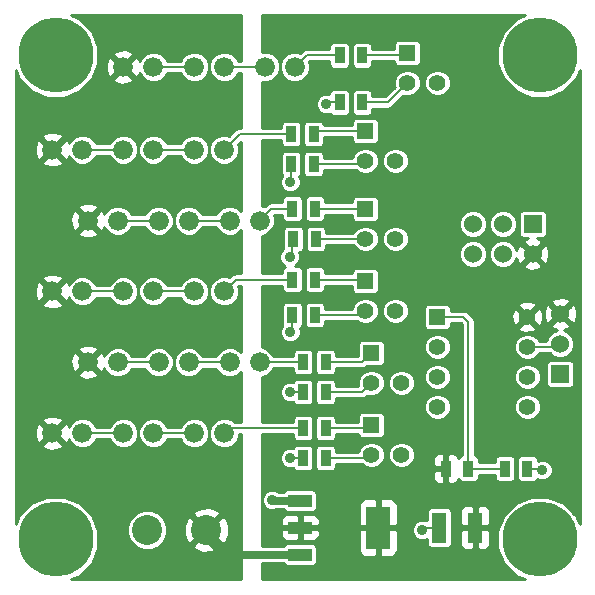
<source format=gtl>
G04 (created by PCBNEW (2013-04-19 BZR 4011)-stable) date 10/06/2013 12:13:34*
%MOIN*%
G04 Gerber Fmt 3.4, Leading zero omitted, Abs format*
%FSLAX34Y34*%
G01*
G70*
G90*
G04 APERTURE LIST*
%ADD10C,2.3622e-006*%
%ADD11R,0.06X0.06*%
%ADD12C,0.06*%
%ADD13C,0.066*%
%ADD14C,0.1*%
%ADD15R,0.035X0.055*%
%ADD16R,0.05X0.1*%
%ADD17R,0.08X0.144*%
%ADD18R,0.08X0.04*%
%ADD19C,0.25*%
%ADD20R,0.055X0.055*%
%ADD21C,0.055*%
%ADD22C,0.035*%
%ADD23C,0.025*%
%ADD24C,0.008*%
%ADD25C,0.01*%
G04 APERTURE END LIST*
G54D10*
G54D11*
X79423Y-43696D03*
G54D12*
X79423Y-42696D03*
X79423Y-41696D03*
G54D13*
X63673Y-38582D03*
X64673Y-38582D03*
X67216Y-40944D03*
X68216Y-40944D03*
X64854Y-40944D03*
X65854Y-40944D03*
X62492Y-40944D03*
X63492Y-40944D03*
X68397Y-38582D03*
X69397Y-38582D03*
X66035Y-38582D03*
X67035Y-38582D03*
X67216Y-36220D03*
X68216Y-36220D03*
X64854Y-36220D03*
X65854Y-36220D03*
X62492Y-36220D03*
X63492Y-36220D03*
X69578Y-33464D03*
X70578Y-33464D03*
X67216Y-33464D03*
X68216Y-33464D03*
X64854Y-33464D03*
X65854Y-33464D03*
G54D14*
X67623Y-48896D03*
X65655Y-48896D03*
G54D15*
X75609Y-46850D03*
X76359Y-46850D03*
G54D16*
X76584Y-48818D03*
X75384Y-48818D03*
G54D15*
X77577Y-46850D03*
X78327Y-46850D03*
X72815Y-34645D03*
X72065Y-34645D03*
X71198Y-36696D03*
X70448Y-36696D03*
X71275Y-39200D03*
X70525Y-39200D03*
X71241Y-41732D03*
X70491Y-41732D03*
X72065Y-33070D03*
X72815Y-33070D03*
X70448Y-35696D03*
X71198Y-35696D03*
X70491Y-38188D03*
X71241Y-38188D03*
X70491Y-40551D03*
X71241Y-40551D03*
G54D17*
X73347Y-48818D03*
G54D18*
X70747Y-48818D03*
X70747Y-49718D03*
X70747Y-47918D03*
G54D15*
X70848Y-43296D03*
X71598Y-43296D03*
X70848Y-45496D03*
X71598Y-45496D03*
X71598Y-44296D03*
X70848Y-44296D03*
X71598Y-46496D03*
X70848Y-46496D03*
G54D13*
X63673Y-43307D03*
X64673Y-43307D03*
X66035Y-43307D03*
X67035Y-43307D03*
X68397Y-43307D03*
X69397Y-43307D03*
X62492Y-45669D03*
X63492Y-45669D03*
X64854Y-45669D03*
X65854Y-45669D03*
X67216Y-45669D03*
X68216Y-45669D03*
G54D19*
X78740Y-49212D03*
X62598Y-49212D03*
X78740Y-33070D03*
X62598Y-33070D03*
G54D20*
X75323Y-41796D03*
G54D21*
X75323Y-42796D03*
X75323Y-43796D03*
X75323Y-44796D03*
X78323Y-44796D03*
X78323Y-43796D03*
X78323Y-42796D03*
X78323Y-41796D03*
G54D20*
X72923Y-40596D03*
G54D21*
X72923Y-41596D03*
X73923Y-41596D03*
G54D20*
X72923Y-38196D03*
G54D21*
X72923Y-39196D03*
X73923Y-39196D03*
G54D20*
X72923Y-35596D03*
G54D21*
X72923Y-36596D03*
X73923Y-36596D03*
G54D20*
X74323Y-32996D03*
G54D21*
X74323Y-33996D03*
X75323Y-33996D03*
G54D20*
X73123Y-42996D03*
G54D21*
X73123Y-43996D03*
X74123Y-43996D03*
G54D20*
X73123Y-45396D03*
G54D21*
X73123Y-46396D03*
X74123Y-46396D03*
G54D11*
X78500Y-38700D03*
G54D12*
X78500Y-39700D03*
X77500Y-38700D03*
X77500Y-39700D03*
X76500Y-38700D03*
X76500Y-39700D03*
G54D22*
X71623Y-34696D03*
X70423Y-37296D03*
X70400Y-39800D03*
X70423Y-42296D03*
X70423Y-46496D03*
X70423Y-44296D03*
X78823Y-46896D03*
X74823Y-48896D03*
X69823Y-47896D03*
G54D23*
X70747Y-49718D02*
X68222Y-49718D01*
X68222Y-49718D02*
X67322Y-48818D01*
G54D24*
X71674Y-34645D02*
X72065Y-34645D01*
X71623Y-34696D02*
X71674Y-34645D01*
X70448Y-37271D02*
X70448Y-36696D01*
X70423Y-37296D02*
X70448Y-37271D01*
X70467Y-39732D02*
X70525Y-39200D01*
X70400Y-39800D02*
X70467Y-39732D01*
X70491Y-41732D02*
X70491Y-42228D01*
X70491Y-42228D02*
X70423Y-42296D01*
X70848Y-44296D02*
X70423Y-44296D01*
X70423Y-46496D02*
X70848Y-46496D01*
X76359Y-46850D02*
X76359Y-41960D01*
X76194Y-41796D02*
X75323Y-41796D01*
X76359Y-41960D02*
X76194Y-41796D01*
X76359Y-46850D02*
X77577Y-46850D01*
X78323Y-42796D02*
X79323Y-42796D01*
X79323Y-42796D02*
X79423Y-42696D01*
X78327Y-46850D02*
X78777Y-46850D01*
X78777Y-46850D02*
X78823Y-46896D01*
X75384Y-48818D02*
X74900Y-48818D01*
X74900Y-48818D02*
X74823Y-48896D01*
G54D23*
X70747Y-47918D02*
X69846Y-47918D01*
X69846Y-47918D02*
X69823Y-47896D01*
G54D24*
X64673Y-43307D02*
X66035Y-43307D01*
X71598Y-46496D02*
X73023Y-46496D01*
X73023Y-46496D02*
X73123Y-46396D01*
X71623Y-46471D02*
X71598Y-46496D01*
X71598Y-44296D02*
X72823Y-44296D01*
X72823Y-44296D02*
X73123Y-43996D01*
X72815Y-34645D02*
X73674Y-34645D01*
X73674Y-34645D02*
X74323Y-33996D01*
X71598Y-43296D02*
X72823Y-43296D01*
X72823Y-43296D02*
X73123Y-42996D01*
X71623Y-43296D02*
X71598Y-43296D01*
X71198Y-36696D02*
X72823Y-36696D01*
X72823Y-36696D02*
X72923Y-36596D01*
X71223Y-36671D02*
X71198Y-36696D01*
X72923Y-39196D02*
X71278Y-39196D01*
X71278Y-39196D02*
X71275Y-39200D01*
X71380Y-39094D02*
X71275Y-39200D01*
X72815Y-33070D02*
X74248Y-33070D01*
X74248Y-33070D02*
X74323Y-32996D01*
X71241Y-41732D02*
X72787Y-41732D01*
X72787Y-41732D02*
X72923Y-41596D01*
X67035Y-38582D02*
X68397Y-38582D01*
X71241Y-38188D02*
X72916Y-38188D01*
X72916Y-38188D02*
X72923Y-38196D01*
X70848Y-43296D02*
X69408Y-43296D01*
X69408Y-43296D02*
X69397Y-43307D01*
X70491Y-38188D02*
X69791Y-38188D01*
X69791Y-38188D02*
X69397Y-38582D01*
X64673Y-38582D02*
X66035Y-38582D01*
X63492Y-40944D02*
X64854Y-40944D01*
X65854Y-40944D02*
X67216Y-40944D01*
X70491Y-40551D02*
X68610Y-40551D01*
X68610Y-40551D02*
X68216Y-40944D01*
X71241Y-40551D02*
X72878Y-40551D01*
X72878Y-40551D02*
X72923Y-40596D01*
X72923Y-35596D02*
X71298Y-35596D01*
X71298Y-35596D02*
X71198Y-35696D01*
X70448Y-35696D02*
X68740Y-35696D01*
X68740Y-35696D02*
X68216Y-36220D01*
X67216Y-36220D02*
X65854Y-36220D01*
X64854Y-36220D02*
X63492Y-36220D01*
X67035Y-43307D02*
X68397Y-43307D01*
X65854Y-33464D02*
X67216Y-33464D01*
X68216Y-33464D02*
X69578Y-33464D01*
X72065Y-33070D02*
X70972Y-33070D01*
X70972Y-33070D02*
X70578Y-33464D01*
X63492Y-45669D02*
X64854Y-45669D01*
X65854Y-45669D02*
X67216Y-45669D01*
X70848Y-45496D02*
X68389Y-45496D01*
X68389Y-45496D02*
X68216Y-45669D01*
X71598Y-45496D02*
X73023Y-45496D01*
X73023Y-45496D02*
X73123Y-45396D01*
X71598Y-45671D02*
X71598Y-45496D01*
G54D10*
G36*
X68773Y-50542D02*
X68377Y-50542D01*
X68377Y-49025D01*
X68369Y-48727D01*
X68270Y-48488D01*
X68154Y-48436D01*
X68083Y-48506D01*
X68083Y-48365D01*
X68031Y-48249D01*
X67753Y-48142D01*
X67454Y-48150D01*
X67215Y-48249D01*
X67163Y-48365D01*
X67623Y-48825D01*
X68083Y-48365D01*
X68083Y-48506D01*
X67694Y-48896D01*
X68154Y-49355D01*
X68270Y-49304D01*
X68377Y-49025D01*
X68377Y-50542D01*
X68083Y-50542D01*
X68083Y-49426D01*
X67623Y-48966D01*
X67552Y-49037D01*
X67552Y-48896D01*
X67093Y-48436D01*
X66976Y-48488D01*
X66869Y-48766D01*
X66877Y-49064D01*
X66976Y-49304D01*
X67093Y-49355D01*
X67552Y-48896D01*
X67552Y-49037D01*
X67163Y-49426D01*
X67215Y-49542D01*
X67494Y-49649D01*
X67792Y-49641D01*
X68031Y-49542D01*
X68083Y-49426D01*
X68083Y-50542D01*
X66325Y-50542D01*
X66325Y-48763D01*
X66223Y-48517D01*
X66035Y-48328D01*
X65788Y-48226D01*
X65522Y-48225D01*
X65276Y-48327D01*
X65087Y-48516D01*
X64985Y-48762D01*
X64985Y-49028D01*
X65086Y-49275D01*
X65275Y-49463D01*
X65521Y-49565D01*
X65787Y-49566D01*
X66034Y-49464D01*
X66222Y-49276D01*
X66325Y-49029D01*
X66325Y-48763D01*
X66325Y-50542D01*
X63098Y-50542D01*
X63401Y-50417D01*
X63801Y-50018D01*
X64018Y-49496D01*
X64018Y-48931D01*
X63802Y-48409D01*
X63403Y-48009D01*
X62882Y-47792D01*
X62829Y-47792D01*
X62829Y-46076D01*
X62492Y-45740D01*
X62421Y-45810D01*
X62421Y-45669D01*
X62084Y-45332D01*
X61986Y-45363D01*
X61907Y-45580D01*
X61917Y-45810D01*
X61986Y-45975D01*
X62084Y-46006D01*
X62421Y-45669D01*
X62421Y-45810D01*
X62155Y-46076D01*
X62186Y-46175D01*
X62403Y-46253D01*
X62633Y-46243D01*
X62798Y-46175D01*
X62829Y-46076D01*
X62829Y-47792D01*
X62317Y-47792D01*
X61795Y-48008D01*
X61395Y-48407D01*
X61268Y-48712D01*
X61268Y-33570D01*
X61393Y-33874D01*
X61793Y-34273D01*
X62314Y-34490D01*
X62879Y-34491D01*
X63401Y-34275D01*
X63801Y-33876D01*
X64018Y-33354D01*
X64018Y-32789D01*
X63802Y-32267D01*
X63403Y-31867D01*
X63098Y-31741D01*
X68773Y-31741D01*
X68773Y-33254D01*
X68670Y-33254D01*
X68640Y-33181D01*
X68500Y-33040D01*
X68316Y-32964D01*
X68117Y-32964D01*
X67933Y-33040D01*
X67792Y-33180D01*
X67716Y-33364D01*
X67716Y-33366D01*
X67716Y-33365D01*
X67640Y-33181D01*
X67500Y-33040D01*
X67316Y-32964D01*
X67117Y-32964D01*
X66933Y-33040D01*
X66792Y-33180D01*
X66762Y-33254D01*
X66308Y-33254D01*
X66278Y-33181D01*
X66137Y-33040D01*
X65954Y-32964D01*
X65755Y-32964D01*
X65571Y-33040D01*
X65430Y-33180D01*
X65400Y-33254D01*
X65360Y-33158D01*
X65261Y-33127D01*
X65191Y-33198D01*
X65191Y-33056D01*
X65160Y-32958D01*
X64943Y-32879D01*
X64712Y-32890D01*
X64548Y-32958D01*
X64517Y-33056D01*
X64854Y-33393D01*
X65191Y-33056D01*
X65191Y-33198D01*
X64925Y-33464D01*
X65261Y-33801D01*
X65360Y-33770D01*
X65397Y-33668D01*
X65430Y-33747D01*
X65570Y-33888D01*
X65754Y-33964D01*
X65953Y-33964D01*
X66137Y-33888D01*
X66277Y-33748D01*
X66308Y-33674D01*
X66762Y-33674D01*
X66792Y-33747D01*
X66932Y-33888D01*
X67116Y-33964D01*
X67315Y-33964D01*
X67499Y-33888D01*
X67640Y-33748D01*
X67716Y-33564D01*
X67716Y-33365D01*
X67716Y-33366D01*
X67716Y-33563D01*
X67792Y-33747D01*
X67932Y-33888D01*
X68116Y-33964D01*
X68315Y-33964D01*
X68499Y-33888D01*
X68640Y-33748D01*
X68670Y-33674D01*
X68773Y-33674D01*
X68773Y-35486D01*
X68740Y-35486D01*
X68660Y-35502D01*
X68633Y-35520D01*
X68592Y-35547D01*
X68592Y-35547D01*
X68389Y-35750D01*
X68316Y-35720D01*
X68117Y-35720D01*
X67933Y-35796D01*
X67792Y-35936D01*
X67716Y-36120D01*
X67716Y-36121D01*
X67716Y-36121D01*
X67640Y-35937D01*
X67500Y-35796D01*
X67316Y-35720D01*
X67117Y-35720D01*
X66933Y-35796D01*
X66792Y-35936D01*
X66762Y-36010D01*
X66308Y-36010D01*
X66278Y-35937D01*
X66137Y-35796D01*
X65954Y-35720D01*
X65755Y-35720D01*
X65571Y-35796D01*
X65430Y-35936D01*
X65354Y-36120D01*
X65354Y-36121D01*
X65354Y-36121D01*
X65278Y-35937D01*
X65191Y-35850D01*
X65191Y-33872D01*
X64854Y-33535D01*
X64783Y-33605D01*
X64783Y-33464D01*
X64446Y-33127D01*
X64348Y-33158D01*
X64269Y-33375D01*
X64280Y-33606D01*
X64348Y-33770D01*
X64446Y-33801D01*
X64783Y-33464D01*
X64783Y-33605D01*
X64517Y-33872D01*
X64548Y-33970D01*
X64765Y-34049D01*
X64995Y-34038D01*
X65160Y-33970D01*
X65191Y-33872D01*
X65191Y-35850D01*
X65137Y-35796D01*
X64954Y-35720D01*
X64755Y-35720D01*
X64571Y-35796D01*
X64430Y-35936D01*
X64400Y-36010D01*
X63946Y-36010D01*
X63916Y-35937D01*
X63775Y-35796D01*
X63592Y-35720D01*
X63393Y-35720D01*
X63209Y-35796D01*
X63068Y-35936D01*
X63037Y-36010D01*
X62998Y-35914D01*
X62899Y-35883D01*
X62829Y-35954D01*
X62829Y-35812D01*
X62798Y-35714D01*
X62581Y-35635D01*
X62350Y-35646D01*
X62186Y-35714D01*
X62155Y-35812D01*
X62492Y-36149D01*
X62829Y-35812D01*
X62829Y-35954D01*
X62562Y-36220D01*
X62899Y-36557D01*
X62998Y-36526D01*
X63035Y-36424D01*
X63067Y-36503D01*
X63208Y-36644D01*
X63392Y-36720D01*
X63591Y-36720D01*
X63774Y-36644D01*
X63915Y-36504D01*
X63946Y-36430D01*
X64400Y-36430D01*
X64430Y-36503D01*
X64570Y-36644D01*
X64754Y-36720D01*
X64953Y-36720D01*
X65137Y-36644D01*
X65277Y-36504D01*
X65354Y-36320D01*
X65354Y-36121D01*
X65354Y-36121D01*
X65354Y-36319D01*
X65430Y-36503D01*
X65570Y-36644D01*
X65754Y-36720D01*
X65953Y-36720D01*
X66137Y-36644D01*
X66277Y-36504D01*
X66308Y-36430D01*
X66762Y-36430D01*
X66792Y-36503D01*
X66932Y-36644D01*
X67116Y-36720D01*
X67315Y-36720D01*
X67499Y-36644D01*
X67640Y-36504D01*
X67716Y-36320D01*
X67716Y-36121D01*
X67716Y-36121D01*
X67716Y-36319D01*
X67792Y-36503D01*
X67932Y-36644D01*
X68116Y-36720D01*
X68315Y-36720D01*
X68499Y-36644D01*
X68640Y-36504D01*
X68716Y-36320D01*
X68716Y-36121D01*
X68686Y-36047D01*
X68773Y-35960D01*
X68773Y-38251D01*
X68681Y-38159D01*
X68497Y-38082D01*
X68298Y-38082D01*
X68114Y-38158D01*
X67974Y-38299D01*
X67943Y-38372D01*
X67489Y-38372D01*
X67459Y-38299D01*
X67319Y-38159D01*
X67135Y-38082D01*
X66936Y-38082D01*
X66752Y-38158D01*
X66611Y-38299D01*
X66535Y-38482D01*
X66535Y-38484D01*
X66535Y-38483D01*
X66459Y-38299D01*
X66319Y-38159D01*
X66135Y-38082D01*
X65936Y-38082D01*
X65752Y-38158D01*
X65611Y-38299D01*
X65581Y-38372D01*
X65127Y-38372D01*
X65097Y-38299D01*
X64956Y-38159D01*
X64773Y-38082D01*
X64574Y-38082D01*
X64390Y-38158D01*
X64249Y-38299D01*
X64219Y-38372D01*
X64179Y-38276D01*
X64080Y-38245D01*
X64010Y-38316D01*
X64010Y-38175D01*
X63979Y-38076D01*
X63762Y-37998D01*
X63531Y-38008D01*
X63367Y-38076D01*
X63336Y-38175D01*
X63673Y-38511D01*
X64010Y-38175D01*
X64010Y-38316D01*
X63743Y-38582D01*
X64080Y-38919D01*
X64179Y-38888D01*
X64216Y-38786D01*
X64249Y-38865D01*
X64389Y-39006D01*
X64573Y-39082D01*
X64772Y-39082D01*
X64956Y-39006D01*
X65096Y-38866D01*
X65127Y-38792D01*
X65581Y-38792D01*
X65611Y-38865D01*
X65751Y-39006D01*
X65935Y-39082D01*
X66134Y-39082D01*
X66318Y-39006D01*
X66459Y-38866D01*
X66535Y-38682D01*
X66535Y-38483D01*
X66535Y-38484D01*
X66535Y-38681D01*
X66611Y-38865D01*
X66751Y-39006D01*
X66935Y-39082D01*
X67134Y-39082D01*
X67318Y-39006D01*
X67459Y-38866D01*
X67489Y-38792D01*
X67943Y-38792D01*
X67973Y-38865D01*
X68114Y-39006D01*
X68297Y-39082D01*
X68496Y-39082D01*
X68680Y-39006D01*
X68773Y-38913D01*
X68773Y-40341D01*
X68610Y-40341D01*
X68529Y-40357D01*
X68461Y-40402D01*
X68461Y-40402D01*
X68389Y-40475D01*
X68316Y-40444D01*
X68117Y-40444D01*
X67933Y-40520D01*
X67792Y-40661D01*
X67716Y-40844D01*
X67716Y-40846D01*
X67716Y-40845D01*
X67640Y-40662D01*
X67500Y-40521D01*
X67316Y-40444D01*
X67117Y-40444D01*
X66933Y-40520D01*
X66792Y-40661D01*
X66762Y-40734D01*
X66308Y-40734D01*
X66278Y-40662D01*
X66137Y-40521D01*
X65954Y-40444D01*
X65755Y-40444D01*
X65571Y-40520D01*
X65430Y-40661D01*
X65354Y-40844D01*
X65354Y-40846D01*
X65354Y-40845D01*
X65278Y-40662D01*
X65137Y-40521D01*
X64954Y-40444D01*
X64755Y-40444D01*
X64571Y-40520D01*
X64430Y-40661D01*
X64400Y-40734D01*
X64010Y-40734D01*
X64010Y-38990D01*
X63673Y-38653D01*
X63602Y-38724D01*
X63602Y-38582D01*
X63265Y-38245D01*
X63167Y-38276D01*
X63088Y-38493D01*
X63099Y-38724D01*
X63167Y-38888D01*
X63265Y-38919D01*
X63602Y-38582D01*
X63602Y-38724D01*
X63336Y-38990D01*
X63367Y-39088D01*
X63584Y-39167D01*
X63814Y-39156D01*
X63979Y-39088D01*
X64010Y-38990D01*
X64010Y-40734D01*
X63946Y-40734D01*
X63916Y-40662D01*
X63775Y-40521D01*
X63592Y-40444D01*
X63393Y-40444D01*
X63209Y-40520D01*
X63068Y-40661D01*
X63037Y-40734D01*
X62998Y-40638D01*
X62899Y-40607D01*
X62829Y-40678D01*
X62829Y-40537D01*
X62829Y-36628D01*
X62492Y-36291D01*
X62421Y-36361D01*
X62421Y-36220D01*
X62084Y-35883D01*
X61986Y-35914D01*
X61907Y-36131D01*
X61917Y-36362D01*
X61986Y-36526D01*
X62084Y-36557D01*
X62421Y-36220D01*
X62421Y-36361D01*
X62155Y-36628D01*
X62186Y-36726D01*
X62403Y-36805D01*
X62633Y-36794D01*
X62798Y-36726D01*
X62829Y-36628D01*
X62829Y-40537D01*
X62798Y-40438D01*
X62581Y-40360D01*
X62350Y-40370D01*
X62186Y-40438D01*
X62155Y-40537D01*
X62492Y-40874D01*
X62829Y-40537D01*
X62829Y-40678D01*
X62562Y-40944D01*
X62899Y-41281D01*
X62998Y-41250D01*
X63035Y-41148D01*
X63067Y-41227D01*
X63208Y-41368D01*
X63392Y-41444D01*
X63591Y-41444D01*
X63774Y-41369D01*
X63915Y-41228D01*
X63946Y-41154D01*
X64400Y-41154D01*
X64430Y-41227D01*
X64570Y-41368D01*
X64754Y-41444D01*
X64953Y-41444D01*
X65137Y-41369D01*
X65277Y-41228D01*
X65354Y-41044D01*
X65354Y-40845D01*
X65354Y-40846D01*
X65354Y-41043D01*
X65430Y-41227D01*
X65570Y-41368D01*
X65754Y-41444D01*
X65953Y-41444D01*
X66137Y-41369D01*
X66277Y-41228D01*
X66308Y-41154D01*
X66762Y-41154D01*
X66792Y-41227D01*
X66932Y-41368D01*
X67116Y-41444D01*
X67315Y-41444D01*
X67499Y-41369D01*
X67640Y-41228D01*
X67716Y-41044D01*
X67716Y-40845D01*
X67716Y-40846D01*
X67716Y-41043D01*
X67792Y-41227D01*
X67932Y-41368D01*
X68116Y-41444D01*
X68315Y-41444D01*
X68499Y-41369D01*
X68640Y-41228D01*
X68716Y-41044D01*
X68716Y-40845D01*
X68686Y-40772D01*
X68697Y-40761D01*
X68773Y-40761D01*
X68773Y-42976D01*
X68681Y-42883D01*
X68497Y-42807D01*
X68298Y-42807D01*
X68114Y-42882D01*
X67974Y-43023D01*
X67943Y-43097D01*
X67489Y-43097D01*
X67459Y-43024D01*
X67319Y-42883D01*
X67135Y-42807D01*
X66936Y-42807D01*
X66752Y-42882D01*
X66611Y-43023D01*
X66535Y-43207D01*
X66535Y-43208D01*
X66535Y-43208D01*
X66459Y-43024D01*
X66319Y-42883D01*
X66135Y-42807D01*
X65936Y-42807D01*
X65752Y-42882D01*
X65611Y-43023D01*
X65581Y-43097D01*
X65127Y-43097D01*
X65097Y-43024D01*
X64956Y-42883D01*
X64773Y-42807D01*
X64574Y-42807D01*
X64390Y-42882D01*
X64249Y-43023D01*
X64219Y-43097D01*
X64179Y-43001D01*
X64080Y-42970D01*
X64010Y-43040D01*
X64010Y-42899D01*
X63979Y-42800D01*
X63762Y-42722D01*
X63531Y-42732D01*
X63367Y-42800D01*
X63336Y-42899D01*
X63673Y-43236D01*
X64010Y-42899D01*
X64010Y-43040D01*
X63743Y-43307D01*
X64080Y-43644D01*
X64179Y-43612D01*
X64216Y-43510D01*
X64249Y-43589D01*
X64389Y-43730D01*
X64573Y-43806D01*
X64772Y-43807D01*
X64956Y-43731D01*
X65096Y-43590D01*
X65127Y-43517D01*
X65581Y-43517D01*
X65611Y-43589D01*
X65751Y-43730D01*
X65935Y-43806D01*
X66134Y-43807D01*
X66318Y-43731D01*
X66459Y-43590D01*
X66535Y-43406D01*
X66535Y-43208D01*
X66535Y-43208D01*
X66535Y-43406D01*
X66611Y-43589D01*
X66751Y-43730D01*
X66935Y-43806D01*
X67134Y-43807D01*
X67318Y-43731D01*
X67459Y-43590D01*
X67489Y-43517D01*
X67943Y-43517D01*
X67973Y-43589D01*
X68114Y-43730D01*
X68297Y-43806D01*
X68496Y-43807D01*
X68680Y-43731D01*
X68773Y-43638D01*
X68773Y-45286D01*
X68540Y-45286D01*
X68500Y-45245D01*
X68316Y-45169D01*
X68117Y-45169D01*
X67933Y-45245D01*
X67792Y-45385D01*
X67716Y-45569D01*
X67716Y-45570D01*
X67716Y-45570D01*
X67640Y-45386D01*
X67500Y-45245D01*
X67316Y-45169D01*
X67117Y-45169D01*
X66933Y-45245D01*
X66792Y-45385D01*
X66762Y-45459D01*
X66308Y-45459D01*
X66278Y-45386D01*
X66137Y-45245D01*
X65954Y-45169D01*
X65755Y-45169D01*
X65571Y-45245D01*
X65430Y-45385D01*
X65354Y-45569D01*
X65354Y-45570D01*
X65354Y-45570D01*
X65278Y-45386D01*
X65137Y-45245D01*
X64954Y-45169D01*
X64755Y-45169D01*
X64571Y-45245D01*
X64430Y-45385D01*
X64400Y-45459D01*
X64010Y-45459D01*
X64010Y-43714D01*
X63673Y-43377D01*
X63602Y-43448D01*
X63602Y-43307D01*
X63265Y-42970D01*
X63167Y-43001D01*
X63088Y-43218D01*
X63099Y-43448D01*
X63167Y-43612D01*
X63265Y-43644D01*
X63602Y-43307D01*
X63602Y-43448D01*
X63336Y-43714D01*
X63367Y-43813D01*
X63584Y-43891D01*
X63814Y-43881D01*
X63979Y-43813D01*
X64010Y-43714D01*
X64010Y-45459D01*
X63946Y-45459D01*
X63916Y-45386D01*
X63775Y-45245D01*
X63592Y-45169D01*
X63393Y-45169D01*
X63209Y-45245D01*
X63068Y-45385D01*
X63037Y-45459D01*
X62998Y-45363D01*
X62899Y-45332D01*
X62829Y-45403D01*
X62829Y-45261D01*
X62829Y-41352D01*
X62492Y-41015D01*
X62421Y-41086D01*
X62421Y-40944D01*
X62084Y-40607D01*
X61986Y-40638D01*
X61907Y-40855D01*
X61917Y-41086D01*
X61986Y-41250D01*
X62084Y-41281D01*
X62421Y-40944D01*
X62421Y-41086D01*
X62155Y-41352D01*
X62186Y-41450D01*
X62403Y-41529D01*
X62633Y-41519D01*
X62798Y-41450D01*
X62829Y-41352D01*
X62829Y-45261D01*
X62798Y-45163D01*
X62581Y-45084D01*
X62350Y-45095D01*
X62186Y-45163D01*
X62155Y-45261D01*
X62492Y-45598D01*
X62829Y-45261D01*
X62829Y-45403D01*
X62562Y-45669D01*
X62899Y-46006D01*
X62998Y-45975D01*
X63035Y-45872D01*
X63067Y-45952D01*
X63208Y-46092D01*
X63392Y-46169D01*
X63591Y-46169D01*
X63774Y-46093D01*
X63915Y-45952D01*
X63946Y-45879D01*
X64400Y-45879D01*
X64430Y-45952D01*
X64570Y-46092D01*
X64754Y-46169D01*
X64953Y-46169D01*
X65137Y-46093D01*
X65277Y-45952D01*
X65354Y-45769D01*
X65354Y-45570D01*
X65354Y-45570D01*
X65354Y-45768D01*
X65430Y-45952D01*
X65570Y-46092D01*
X65754Y-46169D01*
X65953Y-46169D01*
X66137Y-46093D01*
X66277Y-45952D01*
X66308Y-45879D01*
X66762Y-45879D01*
X66792Y-45952D01*
X66932Y-46092D01*
X67116Y-46169D01*
X67315Y-46169D01*
X67499Y-46093D01*
X67640Y-45952D01*
X67716Y-45769D01*
X67716Y-45570D01*
X67716Y-45570D01*
X67716Y-45768D01*
X67792Y-45952D01*
X67932Y-46092D01*
X68116Y-46169D01*
X68315Y-46169D01*
X68499Y-46093D01*
X68640Y-45952D01*
X68716Y-45769D01*
X68716Y-45706D01*
X68773Y-45706D01*
X68773Y-50542D01*
X68773Y-50542D01*
G37*
G54D25*
X68773Y-50542D02*
X68377Y-50542D01*
X68377Y-49025D01*
X68369Y-48727D01*
X68270Y-48488D01*
X68154Y-48436D01*
X68083Y-48506D01*
X68083Y-48365D01*
X68031Y-48249D01*
X67753Y-48142D01*
X67454Y-48150D01*
X67215Y-48249D01*
X67163Y-48365D01*
X67623Y-48825D01*
X68083Y-48365D01*
X68083Y-48506D01*
X67694Y-48896D01*
X68154Y-49355D01*
X68270Y-49304D01*
X68377Y-49025D01*
X68377Y-50542D01*
X68083Y-50542D01*
X68083Y-49426D01*
X67623Y-48966D01*
X67552Y-49037D01*
X67552Y-48896D01*
X67093Y-48436D01*
X66976Y-48488D01*
X66869Y-48766D01*
X66877Y-49064D01*
X66976Y-49304D01*
X67093Y-49355D01*
X67552Y-48896D01*
X67552Y-49037D01*
X67163Y-49426D01*
X67215Y-49542D01*
X67494Y-49649D01*
X67792Y-49641D01*
X68031Y-49542D01*
X68083Y-49426D01*
X68083Y-50542D01*
X66325Y-50542D01*
X66325Y-48763D01*
X66223Y-48517D01*
X66035Y-48328D01*
X65788Y-48226D01*
X65522Y-48225D01*
X65276Y-48327D01*
X65087Y-48516D01*
X64985Y-48762D01*
X64985Y-49028D01*
X65086Y-49275D01*
X65275Y-49463D01*
X65521Y-49565D01*
X65787Y-49566D01*
X66034Y-49464D01*
X66222Y-49276D01*
X66325Y-49029D01*
X66325Y-48763D01*
X66325Y-50542D01*
X63098Y-50542D01*
X63401Y-50417D01*
X63801Y-50018D01*
X64018Y-49496D01*
X64018Y-48931D01*
X63802Y-48409D01*
X63403Y-48009D01*
X62882Y-47792D01*
X62829Y-47792D01*
X62829Y-46076D01*
X62492Y-45740D01*
X62421Y-45810D01*
X62421Y-45669D01*
X62084Y-45332D01*
X61986Y-45363D01*
X61907Y-45580D01*
X61917Y-45810D01*
X61986Y-45975D01*
X62084Y-46006D01*
X62421Y-45669D01*
X62421Y-45810D01*
X62155Y-46076D01*
X62186Y-46175D01*
X62403Y-46253D01*
X62633Y-46243D01*
X62798Y-46175D01*
X62829Y-46076D01*
X62829Y-47792D01*
X62317Y-47792D01*
X61795Y-48008D01*
X61395Y-48407D01*
X61268Y-48712D01*
X61268Y-33570D01*
X61393Y-33874D01*
X61793Y-34273D01*
X62314Y-34490D01*
X62879Y-34491D01*
X63401Y-34275D01*
X63801Y-33876D01*
X64018Y-33354D01*
X64018Y-32789D01*
X63802Y-32267D01*
X63403Y-31867D01*
X63098Y-31741D01*
X68773Y-31741D01*
X68773Y-33254D01*
X68670Y-33254D01*
X68640Y-33181D01*
X68500Y-33040D01*
X68316Y-32964D01*
X68117Y-32964D01*
X67933Y-33040D01*
X67792Y-33180D01*
X67716Y-33364D01*
X67716Y-33366D01*
X67716Y-33365D01*
X67640Y-33181D01*
X67500Y-33040D01*
X67316Y-32964D01*
X67117Y-32964D01*
X66933Y-33040D01*
X66792Y-33180D01*
X66762Y-33254D01*
X66308Y-33254D01*
X66278Y-33181D01*
X66137Y-33040D01*
X65954Y-32964D01*
X65755Y-32964D01*
X65571Y-33040D01*
X65430Y-33180D01*
X65400Y-33254D01*
X65360Y-33158D01*
X65261Y-33127D01*
X65191Y-33198D01*
X65191Y-33056D01*
X65160Y-32958D01*
X64943Y-32879D01*
X64712Y-32890D01*
X64548Y-32958D01*
X64517Y-33056D01*
X64854Y-33393D01*
X65191Y-33056D01*
X65191Y-33198D01*
X64925Y-33464D01*
X65261Y-33801D01*
X65360Y-33770D01*
X65397Y-33668D01*
X65430Y-33747D01*
X65570Y-33888D01*
X65754Y-33964D01*
X65953Y-33964D01*
X66137Y-33888D01*
X66277Y-33748D01*
X66308Y-33674D01*
X66762Y-33674D01*
X66792Y-33747D01*
X66932Y-33888D01*
X67116Y-33964D01*
X67315Y-33964D01*
X67499Y-33888D01*
X67640Y-33748D01*
X67716Y-33564D01*
X67716Y-33365D01*
X67716Y-33366D01*
X67716Y-33563D01*
X67792Y-33747D01*
X67932Y-33888D01*
X68116Y-33964D01*
X68315Y-33964D01*
X68499Y-33888D01*
X68640Y-33748D01*
X68670Y-33674D01*
X68773Y-33674D01*
X68773Y-35486D01*
X68740Y-35486D01*
X68660Y-35502D01*
X68633Y-35520D01*
X68592Y-35547D01*
X68592Y-35547D01*
X68389Y-35750D01*
X68316Y-35720D01*
X68117Y-35720D01*
X67933Y-35796D01*
X67792Y-35936D01*
X67716Y-36120D01*
X67716Y-36121D01*
X67716Y-36121D01*
X67640Y-35937D01*
X67500Y-35796D01*
X67316Y-35720D01*
X67117Y-35720D01*
X66933Y-35796D01*
X66792Y-35936D01*
X66762Y-36010D01*
X66308Y-36010D01*
X66278Y-35937D01*
X66137Y-35796D01*
X65954Y-35720D01*
X65755Y-35720D01*
X65571Y-35796D01*
X65430Y-35936D01*
X65354Y-36120D01*
X65354Y-36121D01*
X65354Y-36121D01*
X65278Y-35937D01*
X65191Y-35850D01*
X65191Y-33872D01*
X64854Y-33535D01*
X64783Y-33605D01*
X64783Y-33464D01*
X64446Y-33127D01*
X64348Y-33158D01*
X64269Y-33375D01*
X64280Y-33606D01*
X64348Y-33770D01*
X64446Y-33801D01*
X64783Y-33464D01*
X64783Y-33605D01*
X64517Y-33872D01*
X64548Y-33970D01*
X64765Y-34049D01*
X64995Y-34038D01*
X65160Y-33970D01*
X65191Y-33872D01*
X65191Y-35850D01*
X65137Y-35796D01*
X64954Y-35720D01*
X64755Y-35720D01*
X64571Y-35796D01*
X64430Y-35936D01*
X64400Y-36010D01*
X63946Y-36010D01*
X63916Y-35937D01*
X63775Y-35796D01*
X63592Y-35720D01*
X63393Y-35720D01*
X63209Y-35796D01*
X63068Y-35936D01*
X63037Y-36010D01*
X62998Y-35914D01*
X62899Y-35883D01*
X62829Y-35954D01*
X62829Y-35812D01*
X62798Y-35714D01*
X62581Y-35635D01*
X62350Y-35646D01*
X62186Y-35714D01*
X62155Y-35812D01*
X62492Y-36149D01*
X62829Y-35812D01*
X62829Y-35954D01*
X62562Y-36220D01*
X62899Y-36557D01*
X62998Y-36526D01*
X63035Y-36424D01*
X63067Y-36503D01*
X63208Y-36644D01*
X63392Y-36720D01*
X63591Y-36720D01*
X63774Y-36644D01*
X63915Y-36504D01*
X63946Y-36430D01*
X64400Y-36430D01*
X64430Y-36503D01*
X64570Y-36644D01*
X64754Y-36720D01*
X64953Y-36720D01*
X65137Y-36644D01*
X65277Y-36504D01*
X65354Y-36320D01*
X65354Y-36121D01*
X65354Y-36121D01*
X65354Y-36319D01*
X65430Y-36503D01*
X65570Y-36644D01*
X65754Y-36720D01*
X65953Y-36720D01*
X66137Y-36644D01*
X66277Y-36504D01*
X66308Y-36430D01*
X66762Y-36430D01*
X66792Y-36503D01*
X66932Y-36644D01*
X67116Y-36720D01*
X67315Y-36720D01*
X67499Y-36644D01*
X67640Y-36504D01*
X67716Y-36320D01*
X67716Y-36121D01*
X67716Y-36121D01*
X67716Y-36319D01*
X67792Y-36503D01*
X67932Y-36644D01*
X68116Y-36720D01*
X68315Y-36720D01*
X68499Y-36644D01*
X68640Y-36504D01*
X68716Y-36320D01*
X68716Y-36121D01*
X68686Y-36047D01*
X68773Y-35960D01*
X68773Y-38251D01*
X68681Y-38159D01*
X68497Y-38082D01*
X68298Y-38082D01*
X68114Y-38158D01*
X67974Y-38299D01*
X67943Y-38372D01*
X67489Y-38372D01*
X67459Y-38299D01*
X67319Y-38159D01*
X67135Y-38082D01*
X66936Y-38082D01*
X66752Y-38158D01*
X66611Y-38299D01*
X66535Y-38482D01*
X66535Y-38484D01*
X66535Y-38483D01*
X66459Y-38299D01*
X66319Y-38159D01*
X66135Y-38082D01*
X65936Y-38082D01*
X65752Y-38158D01*
X65611Y-38299D01*
X65581Y-38372D01*
X65127Y-38372D01*
X65097Y-38299D01*
X64956Y-38159D01*
X64773Y-38082D01*
X64574Y-38082D01*
X64390Y-38158D01*
X64249Y-38299D01*
X64219Y-38372D01*
X64179Y-38276D01*
X64080Y-38245D01*
X64010Y-38316D01*
X64010Y-38175D01*
X63979Y-38076D01*
X63762Y-37998D01*
X63531Y-38008D01*
X63367Y-38076D01*
X63336Y-38175D01*
X63673Y-38511D01*
X64010Y-38175D01*
X64010Y-38316D01*
X63743Y-38582D01*
X64080Y-38919D01*
X64179Y-38888D01*
X64216Y-38786D01*
X64249Y-38865D01*
X64389Y-39006D01*
X64573Y-39082D01*
X64772Y-39082D01*
X64956Y-39006D01*
X65096Y-38866D01*
X65127Y-38792D01*
X65581Y-38792D01*
X65611Y-38865D01*
X65751Y-39006D01*
X65935Y-39082D01*
X66134Y-39082D01*
X66318Y-39006D01*
X66459Y-38866D01*
X66535Y-38682D01*
X66535Y-38483D01*
X66535Y-38484D01*
X66535Y-38681D01*
X66611Y-38865D01*
X66751Y-39006D01*
X66935Y-39082D01*
X67134Y-39082D01*
X67318Y-39006D01*
X67459Y-38866D01*
X67489Y-38792D01*
X67943Y-38792D01*
X67973Y-38865D01*
X68114Y-39006D01*
X68297Y-39082D01*
X68496Y-39082D01*
X68680Y-39006D01*
X68773Y-38913D01*
X68773Y-40341D01*
X68610Y-40341D01*
X68529Y-40357D01*
X68461Y-40402D01*
X68461Y-40402D01*
X68389Y-40475D01*
X68316Y-40444D01*
X68117Y-40444D01*
X67933Y-40520D01*
X67792Y-40661D01*
X67716Y-40844D01*
X67716Y-40846D01*
X67716Y-40845D01*
X67640Y-40662D01*
X67500Y-40521D01*
X67316Y-40444D01*
X67117Y-40444D01*
X66933Y-40520D01*
X66792Y-40661D01*
X66762Y-40734D01*
X66308Y-40734D01*
X66278Y-40662D01*
X66137Y-40521D01*
X65954Y-40444D01*
X65755Y-40444D01*
X65571Y-40520D01*
X65430Y-40661D01*
X65354Y-40844D01*
X65354Y-40846D01*
X65354Y-40845D01*
X65278Y-40662D01*
X65137Y-40521D01*
X64954Y-40444D01*
X64755Y-40444D01*
X64571Y-40520D01*
X64430Y-40661D01*
X64400Y-40734D01*
X64010Y-40734D01*
X64010Y-38990D01*
X63673Y-38653D01*
X63602Y-38724D01*
X63602Y-38582D01*
X63265Y-38245D01*
X63167Y-38276D01*
X63088Y-38493D01*
X63099Y-38724D01*
X63167Y-38888D01*
X63265Y-38919D01*
X63602Y-38582D01*
X63602Y-38724D01*
X63336Y-38990D01*
X63367Y-39088D01*
X63584Y-39167D01*
X63814Y-39156D01*
X63979Y-39088D01*
X64010Y-38990D01*
X64010Y-40734D01*
X63946Y-40734D01*
X63916Y-40662D01*
X63775Y-40521D01*
X63592Y-40444D01*
X63393Y-40444D01*
X63209Y-40520D01*
X63068Y-40661D01*
X63037Y-40734D01*
X62998Y-40638D01*
X62899Y-40607D01*
X62829Y-40678D01*
X62829Y-40537D01*
X62829Y-36628D01*
X62492Y-36291D01*
X62421Y-36361D01*
X62421Y-36220D01*
X62084Y-35883D01*
X61986Y-35914D01*
X61907Y-36131D01*
X61917Y-36362D01*
X61986Y-36526D01*
X62084Y-36557D01*
X62421Y-36220D01*
X62421Y-36361D01*
X62155Y-36628D01*
X62186Y-36726D01*
X62403Y-36805D01*
X62633Y-36794D01*
X62798Y-36726D01*
X62829Y-36628D01*
X62829Y-40537D01*
X62798Y-40438D01*
X62581Y-40360D01*
X62350Y-40370D01*
X62186Y-40438D01*
X62155Y-40537D01*
X62492Y-40874D01*
X62829Y-40537D01*
X62829Y-40678D01*
X62562Y-40944D01*
X62899Y-41281D01*
X62998Y-41250D01*
X63035Y-41148D01*
X63067Y-41227D01*
X63208Y-41368D01*
X63392Y-41444D01*
X63591Y-41444D01*
X63774Y-41369D01*
X63915Y-41228D01*
X63946Y-41154D01*
X64400Y-41154D01*
X64430Y-41227D01*
X64570Y-41368D01*
X64754Y-41444D01*
X64953Y-41444D01*
X65137Y-41369D01*
X65277Y-41228D01*
X65354Y-41044D01*
X65354Y-40845D01*
X65354Y-40846D01*
X65354Y-41043D01*
X65430Y-41227D01*
X65570Y-41368D01*
X65754Y-41444D01*
X65953Y-41444D01*
X66137Y-41369D01*
X66277Y-41228D01*
X66308Y-41154D01*
X66762Y-41154D01*
X66792Y-41227D01*
X66932Y-41368D01*
X67116Y-41444D01*
X67315Y-41444D01*
X67499Y-41369D01*
X67640Y-41228D01*
X67716Y-41044D01*
X67716Y-40845D01*
X67716Y-40846D01*
X67716Y-41043D01*
X67792Y-41227D01*
X67932Y-41368D01*
X68116Y-41444D01*
X68315Y-41444D01*
X68499Y-41369D01*
X68640Y-41228D01*
X68716Y-41044D01*
X68716Y-40845D01*
X68686Y-40772D01*
X68697Y-40761D01*
X68773Y-40761D01*
X68773Y-42976D01*
X68681Y-42883D01*
X68497Y-42807D01*
X68298Y-42807D01*
X68114Y-42882D01*
X67974Y-43023D01*
X67943Y-43097D01*
X67489Y-43097D01*
X67459Y-43024D01*
X67319Y-42883D01*
X67135Y-42807D01*
X66936Y-42807D01*
X66752Y-42882D01*
X66611Y-43023D01*
X66535Y-43207D01*
X66535Y-43208D01*
X66535Y-43208D01*
X66459Y-43024D01*
X66319Y-42883D01*
X66135Y-42807D01*
X65936Y-42807D01*
X65752Y-42882D01*
X65611Y-43023D01*
X65581Y-43097D01*
X65127Y-43097D01*
X65097Y-43024D01*
X64956Y-42883D01*
X64773Y-42807D01*
X64574Y-42807D01*
X64390Y-42882D01*
X64249Y-43023D01*
X64219Y-43097D01*
X64179Y-43001D01*
X64080Y-42970D01*
X64010Y-43040D01*
X64010Y-42899D01*
X63979Y-42800D01*
X63762Y-42722D01*
X63531Y-42732D01*
X63367Y-42800D01*
X63336Y-42899D01*
X63673Y-43236D01*
X64010Y-42899D01*
X64010Y-43040D01*
X63743Y-43307D01*
X64080Y-43644D01*
X64179Y-43612D01*
X64216Y-43510D01*
X64249Y-43589D01*
X64389Y-43730D01*
X64573Y-43806D01*
X64772Y-43807D01*
X64956Y-43731D01*
X65096Y-43590D01*
X65127Y-43517D01*
X65581Y-43517D01*
X65611Y-43589D01*
X65751Y-43730D01*
X65935Y-43806D01*
X66134Y-43807D01*
X66318Y-43731D01*
X66459Y-43590D01*
X66535Y-43406D01*
X66535Y-43208D01*
X66535Y-43208D01*
X66535Y-43406D01*
X66611Y-43589D01*
X66751Y-43730D01*
X66935Y-43806D01*
X67134Y-43807D01*
X67318Y-43731D01*
X67459Y-43590D01*
X67489Y-43517D01*
X67943Y-43517D01*
X67973Y-43589D01*
X68114Y-43730D01*
X68297Y-43806D01*
X68496Y-43807D01*
X68680Y-43731D01*
X68773Y-43638D01*
X68773Y-45286D01*
X68540Y-45286D01*
X68500Y-45245D01*
X68316Y-45169D01*
X68117Y-45169D01*
X67933Y-45245D01*
X67792Y-45385D01*
X67716Y-45569D01*
X67716Y-45570D01*
X67716Y-45570D01*
X67640Y-45386D01*
X67500Y-45245D01*
X67316Y-45169D01*
X67117Y-45169D01*
X66933Y-45245D01*
X66792Y-45385D01*
X66762Y-45459D01*
X66308Y-45459D01*
X66278Y-45386D01*
X66137Y-45245D01*
X65954Y-45169D01*
X65755Y-45169D01*
X65571Y-45245D01*
X65430Y-45385D01*
X65354Y-45569D01*
X65354Y-45570D01*
X65354Y-45570D01*
X65278Y-45386D01*
X65137Y-45245D01*
X64954Y-45169D01*
X64755Y-45169D01*
X64571Y-45245D01*
X64430Y-45385D01*
X64400Y-45459D01*
X64010Y-45459D01*
X64010Y-43714D01*
X63673Y-43377D01*
X63602Y-43448D01*
X63602Y-43307D01*
X63265Y-42970D01*
X63167Y-43001D01*
X63088Y-43218D01*
X63099Y-43448D01*
X63167Y-43612D01*
X63265Y-43644D01*
X63602Y-43307D01*
X63602Y-43448D01*
X63336Y-43714D01*
X63367Y-43813D01*
X63584Y-43891D01*
X63814Y-43881D01*
X63979Y-43813D01*
X64010Y-43714D01*
X64010Y-45459D01*
X63946Y-45459D01*
X63916Y-45386D01*
X63775Y-45245D01*
X63592Y-45169D01*
X63393Y-45169D01*
X63209Y-45245D01*
X63068Y-45385D01*
X63037Y-45459D01*
X62998Y-45363D01*
X62899Y-45332D01*
X62829Y-45403D01*
X62829Y-45261D01*
X62829Y-41352D01*
X62492Y-41015D01*
X62421Y-41086D01*
X62421Y-40944D01*
X62084Y-40607D01*
X61986Y-40638D01*
X61907Y-40855D01*
X61917Y-41086D01*
X61986Y-41250D01*
X62084Y-41281D01*
X62421Y-40944D01*
X62421Y-41086D01*
X62155Y-41352D01*
X62186Y-41450D01*
X62403Y-41529D01*
X62633Y-41519D01*
X62798Y-41450D01*
X62829Y-41352D01*
X62829Y-45261D01*
X62798Y-45163D01*
X62581Y-45084D01*
X62350Y-45095D01*
X62186Y-45163D01*
X62155Y-45261D01*
X62492Y-45598D01*
X62829Y-45261D01*
X62829Y-45403D01*
X62562Y-45669D01*
X62899Y-46006D01*
X62998Y-45975D01*
X63035Y-45872D01*
X63067Y-45952D01*
X63208Y-46092D01*
X63392Y-46169D01*
X63591Y-46169D01*
X63774Y-46093D01*
X63915Y-45952D01*
X63946Y-45879D01*
X64400Y-45879D01*
X64430Y-45952D01*
X64570Y-46092D01*
X64754Y-46169D01*
X64953Y-46169D01*
X65137Y-46093D01*
X65277Y-45952D01*
X65354Y-45769D01*
X65354Y-45570D01*
X65354Y-45570D01*
X65354Y-45768D01*
X65430Y-45952D01*
X65570Y-46092D01*
X65754Y-46169D01*
X65953Y-46169D01*
X66137Y-46093D01*
X66277Y-45952D01*
X66308Y-45879D01*
X66762Y-45879D01*
X66792Y-45952D01*
X66932Y-46092D01*
X67116Y-46169D01*
X67315Y-46169D01*
X67499Y-46093D01*
X67640Y-45952D01*
X67716Y-45769D01*
X67716Y-45570D01*
X67716Y-45570D01*
X67716Y-45768D01*
X67792Y-45952D01*
X67932Y-46092D01*
X68116Y-46169D01*
X68315Y-46169D01*
X68499Y-46093D01*
X68640Y-45952D01*
X68716Y-45769D01*
X68716Y-45706D01*
X68773Y-45706D01*
X68773Y-50542D01*
G54D10*
G36*
X80069Y-48712D02*
X79978Y-48490D01*
X79978Y-41777D01*
X79967Y-41559D01*
X79904Y-41408D01*
X79809Y-41380D01*
X79738Y-41451D01*
X79738Y-41310D01*
X79711Y-41214D01*
X79505Y-41141D01*
X79286Y-41152D01*
X79135Y-41214D01*
X79108Y-41310D01*
X79423Y-41625D01*
X79738Y-41310D01*
X79738Y-41451D01*
X79494Y-41696D01*
X79809Y-42011D01*
X79904Y-41983D01*
X79978Y-41777D01*
X79978Y-48490D01*
X79944Y-48409D01*
X79893Y-48358D01*
X79893Y-42602D01*
X79822Y-42430D01*
X79690Y-42297D01*
X79551Y-42240D01*
X79560Y-42239D01*
X79711Y-42177D01*
X79738Y-42081D01*
X79423Y-41766D01*
X79352Y-41837D01*
X79352Y-41696D01*
X79054Y-41397D01*
X79054Y-39781D01*
X79043Y-39563D01*
X78981Y-39412D01*
X78970Y-39408D01*
X78970Y-38966D01*
X78970Y-38366D01*
X78944Y-38303D01*
X78896Y-38255D01*
X78833Y-38230D01*
X78766Y-38229D01*
X78166Y-38229D01*
X78103Y-38255D01*
X78055Y-38303D01*
X78030Y-38366D01*
X78029Y-38433D01*
X78029Y-39033D01*
X78055Y-39096D01*
X78103Y-39144D01*
X78166Y-39169D01*
X78233Y-39170D01*
X78329Y-39170D01*
X78212Y-39218D01*
X78184Y-39314D01*
X78500Y-39629D01*
X78815Y-39314D01*
X78787Y-39218D01*
X78651Y-39170D01*
X78833Y-39170D01*
X78896Y-39144D01*
X78944Y-39096D01*
X78969Y-39033D01*
X78970Y-38966D01*
X78970Y-39408D01*
X78885Y-39384D01*
X78570Y-39700D01*
X78885Y-40015D01*
X78981Y-39987D01*
X79054Y-39781D01*
X79054Y-41397D01*
X79037Y-41380D01*
X78942Y-41408D01*
X78868Y-41614D01*
X78879Y-41832D01*
X78942Y-41983D01*
X79037Y-42011D01*
X79352Y-41696D01*
X79352Y-41837D01*
X79108Y-42081D01*
X79135Y-42177D01*
X79303Y-42237D01*
X79157Y-42297D01*
X79025Y-42429D01*
X78960Y-42586D01*
X78853Y-42586D01*
X78853Y-41871D01*
X78842Y-41663D01*
X78815Y-41598D01*
X78815Y-40085D01*
X78500Y-39770D01*
X78429Y-39841D01*
X78429Y-39700D01*
X78114Y-39384D01*
X78018Y-39412D01*
X77970Y-39548D01*
X77970Y-38606D01*
X77898Y-38434D01*
X77766Y-38301D01*
X77593Y-38230D01*
X77406Y-38229D01*
X77234Y-38301D01*
X77101Y-38433D01*
X77030Y-38606D01*
X77029Y-38793D01*
X77101Y-38965D01*
X77233Y-39098D01*
X77406Y-39169D01*
X77593Y-39170D01*
X77765Y-39098D01*
X77898Y-38966D01*
X77969Y-38793D01*
X77970Y-38606D01*
X77970Y-39548D01*
X77958Y-39579D01*
X77898Y-39434D01*
X77766Y-39301D01*
X77593Y-39230D01*
X77406Y-39229D01*
X77234Y-39301D01*
X77101Y-39433D01*
X77030Y-39606D01*
X77029Y-39793D01*
X77101Y-39965D01*
X77233Y-40098D01*
X77406Y-40169D01*
X77593Y-40170D01*
X77765Y-40098D01*
X77898Y-39966D01*
X77955Y-39828D01*
X77956Y-39836D01*
X78018Y-39987D01*
X78114Y-40015D01*
X78429Y-39700D01*
X78429Y-39841D01*
X78184Y-40085D01*
X78212Y-40181D01*
X78418Y-40254D01*
X78636Y-40243D01*
X78787Y-40181D01*
X78815Y-40085D01*
X78815Y-41598D01*
X78784Y-41523D01*
X78691Y-41498D01*
X78620Y-41569D01*
X78620Y-41428D01*
X78596Y-41335D01*
X78399Y-41266D01*
X78190Y-41277D01*
X78050Y-41335D01*
X78026Y-41428D01*
X78323Y-41725D01*
X78620Y-41428D01*
X78620Y-41569D01*
X78394Y-41796D01*
X78691Y-42093D01*
X78784Y-42068D01*
X78853Y-41871D01*
X78853Y-42586D01*
X78718Y-42586D01*
X78701Y-42544D01*
X78620Y-42463D01*
X78620Y-42163D01*
X78323Y-41866D01*
X78252Y-41937D01*
X78252Y-41796D01*
X77955Y-41498D01*
X77863Y-41523D01*
X77793Y-41720D01*
X77805Y-41928D01*
X77863Y-42068D01*
X77955Y-42093D01*
X78252Y-41796D01*
X78252Y-41937D01*
X78026Y-42163D01*
X78050Y-42256D01*
X78247Y-42325D01*
X78456Y-42314D01*
X78596Y-42256D01*
X78620Y-42163D01*
X78620Y-42463D01*
X78576Y-42419D01*
X78412Y-42351D01*
X78235Y-42350D01*
X78071Y-42418D01*
X77946Y-42543D01*
X77878Y-42707D01*
X77878Y-42884D01*
X77946Y-43047D01*
X78071Y-43173D01*
X78234Y-43240D01*
X78411Y-43241D01*
X78575Y-43173D01*
X78700Y-43048D01*
X78718Y-43006D01*
X79068Y-43006D01*
X79157Y-43094D01*
X79329Y-43165D01*
X79516Y-43166D01*
X79689Y-43094D01*
X79821Y-42962D01*
X79893Y-42789D01*
X79893Y-42602D01*
X79893Y-48358D01*
X79893Y-48358D01*
X79893Y-43962D01*
X79893Y-43362D01*
X79867Y-43299D01*
X79820Y-43252D01*
X79757Y-43226D01*
X79689Y-43226D01*
X79089Y-43226D01*
X79027Y-43251D01*
X78979Y-43299D01*
X78953Y-43362D01*
X78953Y-43429D01*
X78953Y-44029D01*
X78979Y-44092D01*
X79027Y-44140D01*
X79089Y-44166D01*
X79157Y-44166D01*
X79757Y-44166D01*
X79819Y-44140D01*
X79867Y-44092D01*
X79893Y-44030D01*
X79893Y-43962D01*
X79893Y-48358D01*
X79545Y-48009D01*
X79168Y-47852D01*
X79168Y-46827D01*
X79116Y-46700D01*
X79019Y-46603D01*
X78892Y-46551D01*
X78768Y-46551D01*
X78768Y-44707D01*
X78768Y-43707D01*
X78701Y-43544D01*
X78576Y-43419D01*
X78412Y-43351D01*
X78235Y-43350D01*
X78071Y-43418D01*
X77946Y-43543D01*
X77878Y-43707D01*
X77878Y-43884D01*
X77946Y-44047D01*
X78071Y-44173D01*
X78234Y-44240D01*
X78411Y-44241D01*
X78575Y-44173D01*
X78700Y-44048D01*
X78768Y-43884D01*
X78768Y-43707D01*
X78768Y-44707D01*
X78701Y-44544D01*
X78576Y-44419D01*
X78412Y-44351D01*
X78235Y-44350D01*
X78071Y-44418D01*
X77946Y-44543D01*
X77878Y-44707D01*
X77878Y-44884D01*
X77946Y-45047D01*
X78071Y-45173D01*
X78234Y-45240D01*
X78411Y-45241D01*
X78575Y-45173D01*
X78700Y-45048D01*
X78768Y-44884D01*
X78768Y-44707D01*
X78768Y-46551D01*
X78755Y-46551D01*
X78672Y-46585D01*
X78672Y-46541D01*
X78646Y-46479D01*
X78599Y-46431D01*
X78536Y-46405D01*
X78469Y-46405D01*
X78119Y-46405D01*
X78056Y-46431D01*
X78008Y-46478D01*
X77982Y-46541D01*
X77982Y-46609D01*
X77982Y-47159D01*
X78008Y-47221D01*
X78056Y-47269D01*
X78118Y-47295D01*
X78186Y-47295D01*
X78536Y-47295D01*
X78598Y-47269D01*
X78646Y-47221D01*
X78655Y-47199D01*
X78754Y-47241D01*
X78891Y-47241D01*
X79018Y-47188D01*
X79115Y-47091D01*
X79168Y-46964D01*
X79168Y-46827D01*
X79168Y-47852D01*
X79023Y-47792D01*
X78458Y-47792D01*
X77936Y-48008D01*
X77922Y-48022D01*
X77922Y-47091D01*
X77922Y-46541D01*
X77896Y-46479D01*
X77849Y-46431D01*
X77786Y-46405D01*
X77719Y-46405D01*
X77369Y-46405D01*
X77306Y-46431D01*
X77258Y-46478D01*
X77232Y-46541D01*
X77232Y-46609D01*
X77232Y-46640D01*
X76970Y-46640D01*
X76970Y-39606D01*
X76970Y-38606D01*
X76898Y-38434D01*
X76766Y-38301D01*
X76593Y-38230D01*
X76406Y-38229D01*
X76234Y-38301D01*
X76101Y-38433D01*
X76030Y-38606D01*
X76029Y-38793D01*
X76101Y-38965D01*
X76233Y-39098D01*
X76406Y-39169D01*
X76593Y-39170D01*
X76765Y-39098D01*
X76898Y-38966D01*
X76969Y-38793D01*
X76970Y-38606D01*
X76970Y-39606D01*
X76898Y-39434D01*
X76766Y-39301D01*
X76593Y-39230D01*
X76406Y-39229D01*
X76234Y-39301D01*
X76101Y-39433D01*
X76030Y-39606D01*
X76029Y-39793D01*
X76101Y-39965D01*
X76233Y-40098D01*
X76406Y-40169D01*
X76593Y-40170D01*
X76765Y-40098D01*
X76898Y-39966D01*
X76969Y-39793D01*
X76970Y-39606D01*
X76970Y-46640D01*
X76704Y-46640D01*
X76704Y-46541D01*
X76678Y-46479D01*
X76630Y-46431D01*
X76569Y-46405D01*
X76569Y-41960D01*
X76553Y-41880D01*
X76507Y-41811D01*
X76343Y-41647D01*
X76275Y-41602D01*
X76194Y-41586D01*
X75768Y-41586D01*
X75768Y-33907D01*
X75701Y-33744D01*
X75576Y-33619D01*
X75412Y-33551D01*
X75235Y-33550D01*
X75071Y-33618D01*
X74946Y-33743D01*
X74878Y-33907D01*
X74878Y-34084D01*
X74946Y-34247D01*
X75071Y-34373D01*
X75234Y-34440D01*
X75411Y-34441D01*
X75575Y-34373D01*
X75700Y-34248D01*
X75768Y-34084D01*
X75768Y-33907D01*
X75768Y-41586D01*
X75768Y-41586D01*
X75768Y-41487D01*
X75742Y-41424D01*
X75695Y-41377D01*
X75632Y-41351D01*
X75564Y-41351D01*
X75014Y-41351D01*
X74952Y-41376D01*
X74904Y-41424D01*
X74878Y-41487D01*
X74878Y-41554D01*
X74878Y-42104D01*
X74904Y-42167D01*
X74952Y-42215D01*
X75014Y-42241D01*
X75082Y-42241D01*
X75632Y-42241D01*
X75694Y-42215D01*
X75742Y-42167D01*
X75768Y-42105D01*
X75768Y-42037D01*
X75768Y-42006D01*
X76107Y-42006D01*
X76149Y-42047D01*
X76149Y-46405D01*
X76088Y-46431D01*
X76040Y-46478D01*
X76027Y-46509D01*
X75996Y-46433D01*
X75925Y-46363D01*
X75833Y-46325D01*
X75768Y-46325D01*
X75768Y-44707D01*
X75768Y-43707D01*
X75768Y-42707D01*
X75701Y-42544D01*
X75576Y-42419D01*
X75412Y-42351D01*
X75235Y-42350D01*
X75071Y-42418D01*
X74946Y-42543D01*
X74878Y-42707D01*
X74878Y-42884D01*
X74946Y-43047D01*
X75071Y-43173D01*
X75234Y-43240D01*
X75411Y-43241D01*
X75575Y-43173D01*
X75700Y-43048D01*
X75768Y-42884D01*
X75768Y-42707D01*
X75768Y-43707D01*
X75701Y-43544D01*
X75576Y-43419D01*
X75412Y-43351D01*
X75235Y-43350D01*
X75071Y-43418D01*
X74946Y-43543D01*
X74878Y-43707D01*
X74878Y-43884D01*
X74946Y-44047D01*
X75071Y-44173D01*
X75234Y-44240D01*
X75411Y-44241D01*
X75575Y-44173D01*
X75700Y-44048D01*
X75768Y-43884D01*
X75768Y-43707D01*
X75768Y-44707D01*
X75701Y-44544D01*
X75576Y-44419D01*
X75412Y-44351D01*
X75235Y-44350D01*
X75071Y-44418D01*
X74946Y-44543D01*
X74878Y-44707D01*
X74878Y-44884D01*
X74946Y-45047D01*
X75071Y-45173D01*
X75234Y-45240D01*
X75411Y-45241D01*
X75575Y-45173D01*
X75700Y-45048D01*
X75768Y-44884D01*
X75768Y-44707D01*
X75768Y-46325D01*
X75721Y-46325D01*
X75659Y-46387D01*
X75659Y-46800D01*
X75667Y-46800D01*
X75667Y-46900D01*
X75659Y-46900D01*
X75659Y-47312D01*
X75721Y-47375D01*
X75833Y-47375D01*
X75925Y-47337D01*
X75996Y-47267D01*
X76027Y-47191D01*
X76040Y-47221D01*
X76087Y-47269D01*
X76150Y-47295D01*
X76217Y-47295D01*
X76567Y-47295D01*
X76630Y-47269D01*
X76678Y-47221D01*
X76704Y-47159D01*
X76704Y-47091D01*
X76704Y-47060D01*
X77232Y-47060D01*
X77232Y-47159D01*
X77258Y-47221D01*
X77306Y-47269D01*
X77368Y-47295D01*
X77436Y-47295D01*
X77786Y-47295D01*
X77848Y-47269D01*
X77896Y-47221D01*
X77922Y-47159D01*
X77922Y-47091D01*
X77922Y-48022D01*
X77537Y-48407D01*
X77320Y-48928D01*
X77319Y-49493D01*
X77535Y-50015D01*
X77934Y-50415D01*
X78239Y-50542D01*
X77084Y-50542D01*
X77084Y-49269D01*
X77084Y-48368D01*
X77084Y-48268D01*
X77046Y-48177D01*
X76975Y-48106D01*
X76883Y-48068D01*
X76696Y-48068D01*
X76634Y-48131D01*
X76634Y-48768D01*
X77021Y-48768D01*
X77084Y-48706D01*
X77084Y-48368D01*
X77084Y-49269D01*
X77084Y-48931D01*
X77021Y-48868D01*
X76634Y-48868D01*
X76634Y-49506D01*
X76696Y-49568D01*
X76883Y-49568D01*
X76975Y-49530D01*
X77046Y-49460D01*
X77084Y-49368D01*
X77084Y-49269D01*
X77084Y-50542D01*
X76534Y-50542D01*
X76534Y-49506D01*
X76534Y-48868D01*
X76534Y-48768D01*
X76534Y-48131D01*
X76471Y-48068D01*
X76284Y-48068D01*
X76192Y-48106D01*
X76122Y-48177D01*
X76084Y-48268D01*
X76084Y-48368D01*
X76084Y-48706D01*
X76146Y-48768D01*
X76534Y-48768D01*
X76534Y-48868D01*
X76146Y-48868D01*
X76084Y-48931D01*
X76084Y-49269D01*
X76084Y-49368D01*
X76122Y-49460D01*
X76192Y-49530D01*
X76284Y-49568D01*
X76471Y-49568D01*
X76534Y-49506D01*
X76534Y-50542D01*
X75804Y-50542D01*
X75804Y-49285D01*
X75804Y-48285D01*
X75778Y-48222D01*
X75730Y-48174D01*
X75668Y-48148D01*
X75600Y-48148D01*
X75559Y-48148D01*
X75559Y-47312D01*
X75559Y-46900D01*
X75559Y-46800D01*
X75559Y-46387D01*
X75496Y-46325D01*
X75384Y-46325D01*
X75292Y-46363D01*
X75222Y-46433D01*
X75184Y-46525D01*
X75184Y-46624D01*
X75184Y-46737D01*
X75246Y-46800D01*
X75559Y-46800D01*
X75559Y-46900D01*
X75246Y-46900D01*
X75184Y-46962D01*
X75184Y-47075D01*
X75184Y-47175D01*
X75222Y-47267D01*
X75292Y-47337D01*
X75384Y-47375D01*
X75496Y-47375D01*
X75559Y-47312D01*
X75559Y-48148D01*
X75100Y-48148D01*
X75038Y-48174D01*
X74990Y-48222D01*
X74964Y-48284D01*
X74964Y-48352D01*
X74964Y-48580D01*
X74892Y-48551D01*
X74768Y-48551D01*
X74768Y-33907D01*
X74768Y-33907D01*
X74768Y-33237D01*
X74768Y-32687D01*
X74742Y-32624D01*
X74695Y-32577D01*
X74632Y-32551D01*
X74564Y-32551D01*
X74014Y-32551D01*
X73952Y-32576D01*
X73904Y-32624D01*
X73878Y-32687D01*
X73878Y-32754D01*
X73878Y-32860D01*
X73160Y-32860D01*
X73160Y-32762D01*
X73135Y-32699D01*
X73087Y-32651D01*
X73024Y-32625D01*
X72957Y-32625D01*
X72607Y-32625D01*
X72544Y-32651D01*
X72496Y-32699D01*
X72470Y-32761D01*
X72470Y-32829D01*
X72470Y-33379D01*
X72496Y-33442D01*
X72544Y-33489D01*
X72606Y-33515D01*
X72674Y-33515D01*
X73024Y-33515D01*
X73087Y-33490D01*
X73134Y-33442D01*
X73160Y-33379D01*
X73160Y-33312D01*
X73160Y-33280D01*
X73878Y-33280D01*
X73878Y-33304D01*
X73904Y-33367D01*
X73952Y-33415D01*
X74014Y-33441D01*
X74082Y-33441D01*
X74632Y-33441D01*
X74694Y-33415D01*
X74742Y-33367D01*
X74768Y-33305D01*
X74768Y-33237D01*
X74768Y-33907D01*
X74701Y-33744D01*
X74576Y-33619D01*
X74412Y-33551D01*
X74235Y-33550D01*
X74071Y-33618D01*
X73946Y-33743D01*
X73878Y-33907D01*
X73878Y-34084D01*
X73896Y-34126D01*
X73587Y-34435D01*
X73160Y-34435D01*
X73160Y-34337D01*
X73135Y-34274D01*
X73087Y-34226D01*
X73024Y-34200D01*
X72957Y-34200D01*
X72607Y-34200D01*
X72544Y-34226D01*
X72496Y-34274D01*
X72470Y-34336D01*
X72470Y-34404D01*
X72470Y-34954D01*
X72496Y-35016D01*
X72544Y-35064D01*
X72606Y-35090D01*
X72674Y-35090D01*
X73024Y-35090D01*
X73087Y-35064D01*
X73134Y-35017D01*
X73160Y-34954D01*
X73160Y-34887D01*
X73160Y-34855D01*
X73674Y-34855D01*
X73754Y-34839D01*
X73822Y-34794D01*
X74193Y-34423D01*
X74234Y-34440D01*
X74411Y-34441D01*
X74575Y-34373D01*
X74700Y-34248D01*
X74768Y-34084D01*
X74768Y-33907D01*
X74768Y-48551D01*
X74755Y-48551D01*
X74628Y-48603D01*
X74568Y-48663D01*
X74568Y-46307D01*
X74568Y-43907D01*
X74501Y-43744D01*
X74376Y-43619D01*
X74368Y-43615D01*
X74368Y-41507D01*
X74368Y-39107D01*
X74368Y-36507D01*
X74301Y-36344D01*
X74176Y-36219D01*
X74012Y-36151D01*
X73835Y-36150D01*
X73671Y-36218D01*
X73546Y-36343D01*
X73478Y-36507D01*
X73478Y-36684D01*
X73546Y-36847D01*
X73671Y-36973D01*
X73834Y-37040D01*
X74011Y-37041D01*
X74175Y-36973D01*
X74300Y-36848D01*
X74368Y-36684D01*
X74368Y-36507D01*
X74368Y-39107D01*
X74301Y-38944D01*
X74176Y-38819D01*
X74012Y-38751D01*
X73835Y-38750D01*
X73671Y-38818D01*
X73546Y-38943D01*
X73478Y-39107D01*
X73478Y-39284D01*
X73546Y-39447D01*
X73671Y-39573D01*
X73834Y-39640D01*
X74011Y-39641D01*
X74175Y-39573D01*
X74300Y-39448D01*
X74368Y-39284D01*
X74368Y-39107D01*
X74368Y-41507D01*
X74301Y-41344D01*
X74176Y-41219D01*
X74012Y-41151D01*
X73835Y-41150D01*
X73671Y-41218D01*
X73546Y-41343D01*
X73478Y-41507D01*
X73478Y-41684D01*
X73546Y-41847D01*
X73671Y-41973D01*
X73834Y-42040D01*
X74011Y-42041D01*
X74175Y-41973D01*
X74300Y-41848D01*
X74368Y-41684D01*
X74368Y-41507D01*
X74368Y-43615D01*
X74212Y-43551D01*
X74035Y-43550D01*
X73871Y-43618D01*
X73746Y-43743D01*
X73678Y-43907D01*
X73678Y-44084D01*
X73746Y-44247D01*
X73871Y-44373D01*
X74034Y-44440D01*
X74211Y-44441D01*
X74375Y-44373D01*
X74500Y-44248D01*
X74568Y-44084D01*
X74568Y-43907D01*
X74568Y-46307D01*
X74501Y-46144D01*
X74376Y-46019D01*
X74212Y-45951D01*
X74035Y-45950D01*
X73871Y-46018D01*
X73746Y-46143D01*
X73678Y-46307D01*
X73678Y-46484D01*
X73746Y-46647D01*
X73871Y-46773D01*
X74034Y-46840D01*
X74211Y-46841D01*
X74375Y-46773D01*
X74500Y-46648D01*
X74568Y-46484D01*
X74568Y-46307D01*
X74568Y-48663D01*
X74531Y-48700D01*
X74478Y-48827D01*
X74478Y-48964D01*
X74530Y-49091D01*
X74627Y-49188D01*
X74754Y-49241D01*
X74891Y-49241D01*
X74964Y-49211D01*
X74964Y-49352D01*
X74990Y-49415D01*
X75037Y-49462D01*
X75100Y-49488D01*
X75167Y-49488D01*
X75667Y-49488D01*
X75730Y-49463D01*
X75778Y-49415D01*
X75804Y-49352D01*
X75804Y-49285D01*
X75804Y-50542D01*
X73997Y-50542D01*
X73997Y-49588D01*
X73997Y-48049D01*
X73959Y-47957D01*
X73889Y-47887D01*
X73797Y-47848D01*
X73697Y-47848D01*
X73568Y-47848D01*
X73568Y-46307D01*
X73568Y-43907D01*
X73568Y-43907D01*
X73568Y-43237D01*
X73568Y-42687D01*
X73542Y-42624D01*
X73495Y-42577D01*
X73432Y-42551D01*
X73368Y-42551D01*
X73368Y-41507D01*
X73368Y-39107D01*
X73368Y-36507D01*
X73368Y-36507D01*
X73368Y-35837D01*
X73368Y-35287D01*
X73342Y-35224D01*
X73295Y-35177D01*
X73232Y-35151D01*
X73164Y-35151D01*
X72614Y-35151D01*
X72552Y-35176D01*
X72504Y-35224D01*
X72478Y-35287D01*
X72478Y-35354D01*
X72478Y-35386D01*
X72410Y-35386D01*
X72410Y-34887D01*
X72410Y-34337D01*
X72410Y-33312D01*
X72410Y-32762D01*
X72385Y-32699D01*
X72337Y-32651D01*
X72274Y-32625D01*
X72207Y-32625D01*
X71857Y-32625D01*
X71794Y-32651D01*
X71746Y-32699D01*
X71720Y-32761D01*
X71720Y-32829D01*
X71720Y-32860D01*
X70972Y-32860D01*
X70892Y-32876D01*
X70823Y-32922D01*
X70823Y-32922D01*
X70751Y-32994D01*
X70678Y-32964D01*
X70479Y-32964D01*
X70295Y-33040D01*
X70155Y-33180D01*
X70078Y-33364D01*
X70078Y-33563D01*
X70154Y-33747D01*
X70295Y-33888D01*
X70478Y-33964D01*
X70677Y-33964D01*
X70861Y-33888D01*
X71002Y-33748D01*
X71078Y-33564D01*
X71078Y-33365D01*
X71048Y-33291D01*
X71059Y-33280D01*
X71720Y-33280D01*
X71720Y-33379D01*
X71746Y-33442D01*
X71794Y-33489D01*
X71856Y-33515D01*
X71924Y-33515D01*
X72274Y-33515D01*
X72337Y-33490D01*
X72384Y-33442D01*
X72410Y-33379D01*
X72410Y-33312D01*
X72410Y-34337D01*
X72385Y-34274D01*
X72337Y-34226D01*
X72274Y-34200D01*
X72207Y-34200D01*
X71857Y-34200D01*
X71794Y-34226D01*
X71746Y-34274D01*
X71720Y-34336D01*
X71720Y-34362D01*
X71692Y-34351D01*
X71555Y-34351D01*
X71428Y-34403D01*
X71331Y-34500D01*
X71278Y-34627D01*
X71278Y-34764D01*
X71330Y-34891D01*
X71427Y-34988D01*
X71554Y-35041D01*
X71691Y-35041D01*
X71747Y-35018D01*
X71794Y-35064D01*
X71856Y-35090D01*
X71924Y-35090D01*
X72274Y-35090D01*
X72337Y-35064D01*
X72384Y-35017D01*
X72410Y-34954D01*
X72410Y-34887D01*
X72410Y-35386D01*
X71543Y-35386D01*
X71517Y-35324D01*
X71470Y-35277D01*
X71407Y-35251D01*
X71339Y-35251D01*
X70989Y-35251D01*
X70927Y-35276D01*
X70879Y-35324D01*
X70853Y-35387D01*
X70853Y-35454D01*
X70853Y-36004D01*
X70879Y-36067D01*
X70927Y-36115D01*
X70989Y-36141D01*
X71057Y-36141D01*
X71407Y-36141D01*
X71469Y-36115D01*
X71517Y-36067D01*
X71543Y-36005D01*
X71543Y-35937D01*
X71543Y-35806D01*
X72478Y-35806D01*
X72478Y-35904D01*
X72504Y-35967D01*
X72552Y-36015D01*
X72614Y-36041D01*
X72682Y-36041D01*
X73232Y-36041D01*
X73294Y-36015D01*
X73342Y-35967D01*
X73368Y-35905D01*
X73368Y-35837D01*
X73368Y-36507D01*
X73301Y-36344D01*
X73176Y-36219D01*
X73012Y-36151D01*
X72835Y-36150D01*
X72671Y-36218D01*
X72546Y-36343D01*
X72487Y-36486D01*
X71543Y-36486D01*
X71543Y-36387D01*
X71517Y-36324D01*
X71470Y-36277D01*
X71407Y-36251D01*
X71339Y-36251D01*
X70989Y-36251D01*
X70927Y-36276D01*
X70879Y-36324D01*
X70853Y-36387D01*
X70853Y-36454D01*
X70853Y-37004D01*
X70879Y-37067D01*
X70927Y-37115D01*
X70989Y-37141D01*
X71057Y-37141D01*
X71407Y-37141D01*
X71469Y-37115D01*
X71517Y-37067D01*
X71543Y-37005D01*
X71543Y-36937D01*
X71543Y-36906D01*
X72604Y-36906D01*
X72671Y-36973D01*
X72834Y-37040D01*
X73011Y-37041D01*
X73175Y-36973D01*
X73300Y-36848D01*
X73368Y-36684D01*
X73368Y-36507D01*
X73368Y-39107D01*
X73368Y-39107D01*
X73368Y-38437D01*
X73368Y-37887D01*
X73342Y-37824D01*
X73295Y-37777D01*
X73232Y-37751D01*
X73164Y-37751D01*
X72614Y-37751D01*
X72552Y-37776D01*
X72504Y-37824D01*
X72478Y-37887D01*
X72478Y-37954D01*
X72478Y-37978D01*
X71586Y-37978D01*
X71586Y-37880D01*
X71560Y-37817D01*
X71512Y-37769D01*
X71450Y-37744D01*
X71382Y-37743D01*
X71032Y-37743D01*
X70969Y-37769D01*
X70922Y-37817D01*
X70896Y-37880D01*
X70896Y-37947D01*
X70896Y-38497D01*
X70921Y-38560D01*
X70969Y-38608D01*
X71032Y-38633D01*
X71099Y-38634D01*
X71449Y-38634D01*
X71512Y-38608D01*
X71560Y-38560D01*
X71586Y-38497D01*
X71586Y-38430D01*
X71586Y-38398D01*
X72478Y-38398D01*
X72478Y-38504D01*
X72504Y-38567D01*
X72552Y-38615D01*
X72614Y-38641D01*
X72682Y-38641D01*
X73232Y-38641D01*
X73294Y-38615D01*
X73342Y-38567D01*
X73368Y-38505D01*
X73368Y-38437D01*
X73368Y-39107D01*
X73301Y-38944D01*
X73176Y-38819D01*
X73012Y-38751D01*
X72835Y-38750D01*
X72671Y-38818D01*
X72546Y-38943D01*
X72528Y-38986D01*
X71620Y-38986D01*
X71620Y-38891D01*
X71594Y-38828D01*
X71546Y-38780D01*
X71483Y-38755D01*
X71416Y-38754D01*
X71066Y-38754D01*
X71003Y-38780D01*
X70955Y-38828D01*
X70930Y-38891D01*
X70929Y-38958D01*
X70929Y-39508D01*
X70955Y-39571D01*
X71003Y-39619D01*
X71066Y-39644D01*
X71133Y-39645D01*
X71483Y-39645D01*
X71546Y-39619D01*
X71594Y-39571D01*
X71619Y-39508D01*
X71620Y-39441D01*
X71620Y-39406D01*
X72528Y-39406D01*
X72546Y-39447D01*
X72671Y-39573D01*
X72834Y-39640D01*
X73011Y-39641D01*
X73175Y-39573D01*
X73300Y-39448D01*
X73368Y-39284D01*
X73368Y-39107D01*
X73368Y-41507D01*
X73368Y-41507D01*
X73368Y-40837D01*
X73368Y-40287D01*
X73342Y-40224D01*
X73295Y-40177D01*
X73232Y-40151D01*
X73164Y-40151D01*
X72614Y-40151D01*
X72552Y-40176D01*
X72504Y-40224D01*
X72478Y-40287D01*
X72478Y-40341D01*
X71586Y-40341D01*
X71586Y-40242D01*
X71560Y-40180D01*
X71512Y-40132D01*
X71450Y-40106D01*
X71382Y-40106D01*
X71032Y-40106D01*
X70969Y-40131D01*
X70922Y-40179D01*
X70896Y-40242D01*
X70896Y-40309D01*
X70896Y-40859D01*
X70921Y-40922D01*
X70969Y-40970D01*
X71032Y-40996D01*
X71099Y-40996D01*
X71449Y-40996D01*
X71512Y-40970D01*
X71560Y-40922D01*
X71586Y-40860D01*
X71586Y-40792D01*
X71586Y-40761D01*
X72478Y-40761D01*
X72478Y-40904D01*
X72504Y-40967D01*
X72552Y-41015D01*
X72614Y-41041D01*
X72682Y-41041D01*
X73232Y-41041D01*
X73294Y-41015D01*
X73342Y-40967D01*
X73368Y-40905D01*
X73368Y-40837D01*
X73368Y-41507D01*
X73301Y-41344D01*
X73176Y-41219D01*
X73012Y-41151D01*
X72835Y-41150D01*
X72671Y-41218D01*
X72546Y-41343D01*
X72478Y-41507D01*
X72478Y-41522D01*
X71586Y-41522D01*
X71586Y-41423D01*
X71560Y-41361D01*
X71512Y-41313D01*
X71450Y-41287D01*
X71382Y-41287D01*
X71032Y-41287D01*
X70969Y-41313D01*
X70922Y-41360D01*
X70896Y-41423D01*
X70896Y-41490D01*
X70896Y-42040D01*
X70921Y-42103D01*
X70969Y-42151D01*
X71032Y-42177D01*
X71099Y-42177D01*
X71449Y-42177D01*
X71512Y-42151D01*
X71560Y-42103D01*
X71586Y-42041D01*
X71586Y-41973D01*
X71586Y-41942D01*
X72640Y-41942D01*
X72671Y-41973D01*
X72834Y-42040D01*
X73011Y-42041D01*
X73175Y-41973D01*
X73300Y-41848D01*
X73368Y-41684D01*
X73368Y-41507D01*
X73368Y-42551D01*
X73364Y-42551D01*
X72814Y-42551D01*
X72752Y-42576D01*
X72704Y-42624D01*
X72678Y-42687D01*
X72678Y-42754D01*
X72678Y-43086D01*
X71943Y-43086D01*
X71943Y-42987D01*
X71917Y-42924D01*
X71870Y-42877D01*
X71807Y-42851D01*
X71739Y-42851D01*
X71389Y-42851D01*
X71327Y-42876D01*
X71279Y-42924D01*
X71253Y-42987D01*
X71253Y-43054D01*
X71253Y-43604D01*
X71279Y-43667D01*
X71327Y-43715D01*
X71389Y-43741D01*
X71457Y-43741D01*
X71807Y-43741D01*
X71869Y-43715D01*
X71917Y-43667D01*
X71943Y-43605D01*
X71943Y-43537D01*
X71943Y-43506D01*
X72823Y-43506D01*
X72903Y-43490D01*
X72972Y-43444D01*
X72975Y-43441D01*
X73432Y-43441D01*
X73494Y-43415D01*
X73542Y-43367D01*
X73568Y-43305D01*
X73568Y-43237D01*
X73568Y-43907D01*
X73501Y-43744D01*
X73376Y-43619D01*
X73212Y-43551D01*
X73035Y-43550D01*
X72871Y-43618D01*
X72746Y-43743D01*
X72678Y-43907D01*
X72678Y-44084D01*
X72679Y-44086D01*
X71943Y-44086D01*
X71943Y-43987D01*
X71917Y-43924D01*
X71870Y-43877D01*
X71807Y-43851D01*
X71739Y-43851D01*
X71389Y-43851D01*
X71327Y-43876D01*
X71279Y-43924D01*
X71253Y-43987D01*
X71253Y-44054D01*
X71253Y-44604D01*
X71279Y-44667D01*
X71327Y-44715D01*
X71389Y-44741D01*
X71457Y-44741D01*
X71807Y-44741D01*
X71869Y-44715D01*
X71917Y-44667D01*
X71943Y-44605D01*
X71943Y-44537D01*
X71943Y-44506D01*
X72823Y-44506D01*
X72903Y-44490D01*
X72972Y-44444D01*
X72993Y-44423D01*
X73034Y-44440D01*
X73211Y-44441D01*
X73375Y-44373D01*
X73500Y-44248D01*
X73568Y-44084D01*
X73568Y-43907D01*
X73568Y-46307D01*
X73568Y-46307D01*
X73568Y-45637D01*
X73568Y-45087D01*
X73542Y-45024D01*
X73495Y-44977D01*
X73432Y-44951D01*
X73364Y-44951D01*
X72814Y-44951D01*
X72752Y-44976D01*
X72704Y-45024D01*
X72678Y-45087D01*
X72678Y-45154D01*
X72678Y-45286D01*
X71943Y-45286D01*
X71943Y-45187D01*
X71917Y-45124D01*
X71870Y-45077D01*
X71807Y-45051D01*
X71739Y-45051D01*
X71389Y-45051D01*
X71327Y-45076D01*
X71279Y-45124D01*
X71253Y-45187D01*
X71253Y-45254D01*
X71253Y-45804D01*
X71279Y-45867D01*
X71327Y-45915D01*
X71389Y-45941D01*
X71457Y-45941D01*
X71807Y-45941D01*
X71869Y-45915D01*
X71917Y-45867D01*
X71943Y-45805D01*
X71943Y-45737D01*
X71943Y-45706D01*
X72679Y-45706D01*
X72704Y-45767D01*
X72752Y-45815D01*
X72814Y-45841D01*
X72882Y-45841D01*
X73432Y-45841D01*
X73494Y-45815D01*
X73542Y-45767D01*
X73568Y-45705D01*
X73568Y-45637D01*
X73568Y-46307D01*
X73501Y-46144D01*
X73376Y-46019D01*
X73212Y-45951D01*
X73035Y-45950D01*
X72871Y-46018D01*
X72746Y-46143D01*
X72687Y-46286D01*
X71943Y-46286D01*
X71943Y-46187D01*
X71917Y-46124D01*
X71870Y-46077D01*
X71807Y-46051D01*
X71739Y-46051D01*
X71389Y-46051D01*
X71327Y-46076D01*
X71279Y-46124D01*
X71253Y-46187D01*
X71253Y-46254D01*
X71253Y-46804D01*
X71279Y-46867D01*
X71327Y-46915D01*
X71389Y-46941D01*
X71457Y-46941D01*
X71807Y-46941D01*
X71869Y-46915D01*
X71917Y-46867D01*
X71943Y-46805D01*
X71943Y-46737D01*
X71943Y-46706D01*
X72804Y-46706D01*
X72871Y-46773D01*
X73034Y-46840D01*
X73211Y-46841D01*
X73375Y-46773D01*
X73500Y-46648D01*
X73568Y-46484D01*
X73568Y-46307D01*
X73568Y-47848D01*
X73459Y-47848D01*
X73397Y-47911D01*
X73397Y-48768D01*
X73934Y-48768D01*
X73997Y-48706D01*
X73997Y-48049D01*
X73997Y-49588D01*
X73997Y-48931D01*
X73934Y-48868D01*
X73397Y-48868D01*
X73397Y-49726D01*
X73459Y-49788D01*
X73697Y-49788D01*
X73797Y-49788D01*
X73889Y-49750D01*
X73959Y-49680D01*
X73997Y-49588D01*
X73997Y-50542D01*
X73297Y-50542D01*
X73297Y-49726D01*
X73297Y-48868D01*
X73297Y-48768D01*
X73297Y-47911D01*
X73234Y-47848D01*
X72996Y-47848D01*
X72897Y-47848D01*
X72805Y-47887D01*
X72735Y-47957D01*
X72697Y-48049D01*
X72697Y-48706D01*
X72759Y-48768D01*
X73297Y-48768D01*
X73297Y-48868D01*
X72759Y-48868D01*
X72697Y-48931D01*
X72697Y-49588D01*
X72735Y-49680D01*
X72805Y-49750D01*
X72897Y-49788D01*
X72996Y-49788D01*
X73234Y-49788D01*
X73297Y-49726D01*
X73297Y-50542D01*
X71397Y-50542D01*
X71397Y-49068D01*
X71397Y-48569D01*
X71359Y-48477D01*
X71317Y-48435D01*
X71317Y-48085D01*
X71317Y-47685D01*
X71291Y-47622D01*
X71243Y-47574D01*
X71193Y-47554D01*
X71193Y-46737D01*
X71193Y-46187D01*
X71167Y-46124D01*
X71120Y-46077D01*
X71057Y-46051D01*
X70989Y-46051D01*
X70639Y-46051D01*
X70577Y-46076D01*
X70529Y-46124D01*
X70514Y-46160D01*
X70492Y-46151D01*
X70355Y-46151D01*
X70228Y-46203D01*
X70131Y-46300D01*
X70078Y-46427D01*
X70078Y-46564D01*
X70130Y-46691D01*
X70227Y-46788D01*
X70354Y-46841D01*
X70491Y-46841D01*
X70514Y-46831D01*
X70529Y-46867D01*
X70577Y-46915D01*
X70639Y-46941D01*
X70707Y-46941D01*
X71057Y-46941D01*
X71119Y-46915D01*
X71167Y-46867D01*
X71193Y-46805D01*
X71193Y-46737D01*
X71193Y-47554D01*
X71181Y-47548D01*
X71113Y-47548D01*
X70313Y-47548D01*
X70251Y-47574D01*
X70203Y-47622D01*
X70202Y-47623D01*
X70039Y-47623D01*
X70019Y-47603D01*
X69892Y-47551D01*
X69755Y-47551D01*
X69628Y-47603D01*
X69531Y-47700D01*
X69478Y-47827D01*
X69478Y-47964D01*
X69530Y-48091D01*
X69627Y-48188D01*
X69754Y-48241D01*
X69891Y-48241D01*
X69957Y-48213D01*
X70202Y-48213D01*
X70203Y-48215D01*
X70250Y-48262D01*
X70313Y-48288D01*
X70380Y-48288D01*
X71180Y-48288D01*
X71243Y-48263D01*
X71291Y-48215D01*
X71317Y-48152D01*
X71317Y-48085D01*
X71317Y-48435D01*
X71289Y-48407D01*
X71197Y-48368D01*
X71097Y-48368D01*
X70859Y-48368D01*
X70797Y-48431D01*
X70797Y-48768D01*
X71334Y-48768D01*
X71397Y-48706D01*
X71397Y-48569D01*
X71397Y-49068D01*
X71397Y-48931D01*
X71334Y-48868D01*
X70797Y-48868D01*
X70797Y-49206D01*
X70859Y-49268D01*
X71097Y-49268D01*
X71197Y-49268D01*
X71289Y-49230D01*
X71359Y-49160D01*
X71397Y-49068D01*
X71397Y-50542D01*
X69473Y-50542D01*
X69473Y-50013D01*
X70202Y-50013D01*
X70203Y-50015D01*
X70250Y-50062D01*
X70313Y-50088D01*
X70380Y-50088D01*
X71180Y-50088D01*
X71243Y-50063D01*
X71291Y-50015D01*
X71317Y-49952D01*
X71317Y-49885D01*
X71317Y-49485D01*
X71291Y-49422D01*
X71243Y-49374D01*
X71181Y-49348D01*
X71113Y-49348D01*
X70697Y-49348D01*
X70697Y-49206D01*
X70697Y-48868D01*
X70697Y-48768D01*
X70697Y-48431D01*
X70634Y-48368D01*
X70396Y-48368D01*
X70297Y-48368D01*
X70205Y-48407D01*
X70135Y-48477D01*
X70097Y-48569D01*
X70097Y-48706D01*
X70159Y-48768D01*
X70697Y-48768D01*
X70697Y-48868D01*
X70159Y-48868D01*
X70097Y-48931D01*
X70097Y-49068D01*
X70135Y-49160D01*
X70205Y-49230D01*
X70297Y-49268D01*
X70396Y-49268D01*
X70634Y-49268D01*
X70697Y-49206D01*
X70697Y-49348D01*
X70313Y-49348D01*
X70251Y-49374D01*
X70203Y-49422D01*
X70202Y-49423D01*
X69473Y-49423D01*
X69473Y-45706D01*
X70503Y-45706D01*
X70503Y-45804D01*
X70529Y-45867D01*
X70577Y-45915D01*
X70639Y-45941D01*
X70707Y-45941D01*
X71057Y-45941D01*
X71119Y-45915D01*
X71167Y-45867D01*
X71193Y-45805D01*
X71193Y-45737D01*
X71193Y-45187D01*
X71193Y-44537D01*
X71193Y-43987D01*
X71167Y-43924D01*
X71120Y-43877D01*
X71057Y-43851D01*
X70989Y-43851D01*
X70639Y-43851D01*
X70577Y-43876D01*
X70529Y-43924D01*
X70514Y-43960D01*
X70492Y-43951D01*
X70355Y-43951D01*
X70228Y-44003D01*
X70131Y-44100D01*
X70078Y-44227D01*
X70078Y-44364D01*
X70130Y-44491D01*
X70227Y-44588D01*
X70354Y-44641D01*
X70491Y-44641D01*
X70514Y-44631D01*
X70529Y-44667D01*
X70577Y-44715D01*
X70639Y-44741D01*
X70707Y-44741D01*
X71057Y-44741D01*
X71119Y-44715D01*
X71167Y-44667D01*
X71193Y-44605D01*
X71193Y-44537D01*
X71193Y-45187D01*
X71167Y-45124D01*
X71120Y-45077D01*
X71057Y-45051D01*
X70989Y-45051D01*
X70639Y-45051D01*
X70577Y-45076D01*
X70529Y-45124D01*
X70503Y-45187D01*
X70503Y-45254D01*
X70503Y-45286D01*
X69473Y-45286D01*
X69473Y-43807D01*
X69496Y-43807D01*
X69680Y-43731D01*
X69821Y-43590D01*
X69856Y-43506D01*
X70503Y-43506D01*
X70503Y-43604D01*
X70529Y-43667D01*
X70577Y-43715D01*
X70639Y-43741D01*
X70707Y-43741D01*
X71057Y-43741D01*
X71119Y-43715D01*
X71167Y-43667D01*
X71193Y-43605D01*
X71193Y-43537D01*
X71193Y-42987D01*
X71167Y-42924D01*
X71120Y-42877D01*
X71057Y-42851D01*
X70989Y-42851D01*
X70836Y-42851D01*
X70836Y-41973D01*
X70836Y-41423D01*
X70810Y-41361D01*
X70762Y-41313D01*
X70700Y-41287D01*
X70632Y-41287D01*
X70282Y-41287D01*
X70219Y-41313D01*
X70172Y-41360D01*
X70146Y-41423D01*
X70146Y-41490D01*
X70146Y-42040D01*
X70159Y-42072D01*
X70131Y-42100D01*
X70078Y-42227D01*
X70078Y-42364D01*
X70130Y-42491D01*
X70227Y-42588D01*
X70354Y-42641D01*
X70491Y-42641D01*
X70618Y-42588D01*
X70715Y-42491D01*
X70768Y-42364D01*
X70768Y-42227D01*
X70740Y-42160D01*
X70762Y-42151D01*
X70810Y-42103D01*
X70836Y-42041D01*
X70836Y-41973D01*
X70836Y-42851D01*
X70639Y-42851D01*
X70577Y-42876D01*
X70529Y-42924D01*
X70503Y-42987D01*
X70503Y-43054D01*
X70503Y-43086D01*
X69847Y-43086D01*
X69821Y-43024D01*
X69681Y-42883D01*
X69497Y-42807D01*
X69473Y-42807D01*
X69473Y-40761D01*
X70146Y-40761D01*
X70146Y-40859D01*
X70171Y-40922D01*
X70219Y-40970D01*
X70282Y-40996D01*
X70349Y-40996D01*
X70699Y-40996D01*
X70762Y-40970D01*
X70810Y-40922D01*
X70836Y-40860D01*
X70836Y-40792D01*
X70836Y-40242D01*
X70810Y-40180D01*
X70762Y-40132D01*
X70700Y-40106D01*
X70632Y-40106D01*
X70562Y-40106D01*
X70595Y-40092D01*
X70692Y-39995D01*
X70744Y-39868D01*
X70745Y-39731D01*
X70709Y-39645D01*
X70733Y-39645D01*
X70796Y-39619D01*
X70844Y-39571D01*
X70869Y-39508D01*
X70870Y-39441D01*
X70870Y-38891D01*
X70844Y-38828D01*
X70796Y-38780D01*
X70733Y-38755D01*
X70666Y-38754D01*
X70316Y-38754D01*
X70253Y-38780D01*
X70205Y-38828D01*
X70180Y-38891D01*
X70179Y-38958D01*
X70179Y-39508D01*
X70186Y-39525D01*
X70107Y-39604D01*
X70055Y-39731D01*
X70054Y-39868D01*
X70107Y-39995D01*
X70204Y-40092D01*
X70260Y-40115D01*
X70219Y-40131D01*
X70172Y-40179D01*
X70146Y-40242D01*
X70146Y-40309D01*
X70146Y-40341D01*
X69473Y-40341D01*
X69473Y-39082D01*
X69496Y-39082D01*
X69680Y-39006D01*
X69821Y-38866D01*
X69897Y-38682D01*
X69897Y-38483D01*
X69867Y-38410D01*
X69878Y-38398D01*
X70146Y-38398D01*
X70146Y-38497D01*
X70171Y-38560D01*
X70219Y-38608D01*
X70282Y-38633D01*
X70349Y-38634D01*
X70699Y-38634D01*
X70762Y-38608D01*
X70810Y-38560D01*
X70836Y-38497D01*
X70836Y-38430D01*
X70836Y-37880D01*
X70810Y-37817D01*
X70793Y-37801D01*
X70793Y-36937D01*
X70793Y-36387D01*
X70767Y-36324D01*
X70720Y-36277D01*
X70657Y-36251D01*
X70589Y-36251D01*
X70239Y-36251D01*
X70177Y-36276D01*
X70129Y-36324D01*
X70103Y-36387D01*
X70103Y-36454D01*
X70103Y-37004D01*
X70129Y-37067D01*
X70146Y-37084D01*
X70131Y-37100D01*
X70078Y-37227D01*
X70078Y-37364D01*
X70130Y-37491D01*
X70227Y-37588D01*
X70354Y-37641D01*
X70491Y-37641D01*
X70618Y-37588D01*
X70715Y-37491D01*
X70768Y-37364D01*
X70768Y-37227D01*
X70721Y-37113D01*
X70767Y-37067D01*
X70793Y-37005D01*
X70793Y-36937D01*
X70793Y-37801D01*
X70762Y-37769D01*
X70700Y-37744D01*
X70632Y-37743D01*
X70282Y-37743D01*
X70219Y-37769D01*
X70172Y-37817D01*
X70146Y-37880D01*
X70146Y-37947D01*
X70146Y-37978D01*
X69791Y-37978D01*
X69710Y-37994D01*
X69642Y-38040D01*
X69642Y-38040D01*
X69570Y-38112D01*
X69497Y-38082D01*
X69473Y-38082D01*
X69473Y-35906D01*
X70103Y-35906D01*
X70103Y-36004D01*
X70129Y-36067D01*
X70177Y-36115D01*
X70239Y-36141D01*
X70307Y-36141D01*
X70657Y-36141D01*
X70719Y-36115D01*
X70767Y-36067D01*
X70793Y-36005D01*
X70793Y-35937D01*
X70793Y-35387D01*
X70767Y-35324D01*
X70720Y-35277D01*
X70657Y-35251D01*
X70589Y-35251D01*
X70239Y-35251D01*
X70177Y-35276D01*
X70129Y-35324D01*
X70103Y-35387D01*
X70103Y-35454D01*
X70103Y-35486D01*
X69473Y-35486D01*
X69473Y-33962D01*
X69478Y-33964D01*
X69677Y-33964D01*
X69861Y-33888D01*
X70002Y-33748D01*
X70078Y-33564D01*
X70078Y-33365D01*
X70002Y-33181D01*
X69862Y-33040D01*
X69678Y-32964D01*
X69479Y-32964D01*
X69473Y-32967D01*
X69473Y-31741D01*
X78240Y-31741D01*
X77936Y-31866D01*
X77537Y-32265D01*
X77320Y-32787D01*
X77319Y-33352D01*
X77535Y-33874D01*
X77934Y-34273D01*
X78456Y-34490D01*
X79021Y-34491D01*
X79543Y-34275D01*
X79943Y-33876D01*
X80069Y-33571D01*
X80069Y-48712D01*
X80069Y-48712D01*
G37*
G54D25*
X80069Y-48712D02*
X79978Y-48490D01*
X79978Y-41777D01*
X79967Y-41559D01*
X79904Y-41408D01*
X79809Y-41380D01*
X79738Y-41451D01*
X79738Y-41310D01*
X79711Y-41214D01*
X79505Y-41141D01*
X79286Y-41152D01*
X79135Y-41214D01*
X79108Y-41310D01*
X79423Y-41625D01*
X79738Y-41310D01*
X79738Y-41451D01*
X79494Y-41696D01*
X79809Y-42011D01*
X79904Y-41983D01*
X79978Y-41777D01*
X79978Y-48490D01*
X79944Y-48409D01*
X79893Y-48358D01*
X79893Y-42602D01*
X79822Y-42430D01*
X79690Y-42297D01*
X79551Y-42240D01*
X79560Y-42239D01*
X79711Y-42177D01*
X79738Y-42081D01*
X79423Y-41766D01*
X79352Y-41837D01*
X79352Y-41696D01*
X79054Y-41397D01*
X79054Y-39781D01*
X79043Y-39563D01*
X78981Y-39412D01*
X78970Y-39408D01*
X78970Y-38966D01*
X78970Y-38366D01*
X78944Y-38303D01*
X78896Y-38255D01*
X78833Y-38230D01*
X78766Y-38229D01*
X78166Y-38229D01*
X78103Y-38255D01*
X78055Y-38303D01*
X78030Y-38366D01*
X78029Y-38433D01*
X78029Y-39033D01*
X78055Y-39096D01*
X78103Y-39144D01*
X78166Y-39169D01*
X78233Y-39170D01*
X78329Y-39170D01*
X78212Y-39218D01*
X78184Y-39314D01*
X78500Y-39629D01*
X78815Y-39314D01*
X78787Y-39218D01*
X78651Y-39170D01*
X78833Y-39170D01*
X78896Y-39144D01*
X78944Y-39096D01*
X78969Y-39033D01*
X78970Y-38966D01*
X78970Y-39408D01*
X78885Y-39384D01*
X78570Y-39700D01*
X78885Y-40015D01*
X78981Y-39987D01*
X79054Y-39781D01*
X79054Y-41397D01*
X79037Y-41380D01*
X78942Y-41408D01*
X78868Y-41614D01*
X78879Y-41832D01*
X78942Y-41983D01*
X79037Y-42011D01*
X79352Y-41696D01*
X79352Y-41837D01*
X79108Y-42081D01*
X79135Y-42177D01*
X79303Y-42237D01*
X79157Y-42297D01*
X79025Y-42429D01*
X78960Y-42586D01*
X78853Y-42586D01*
X78853Y-41871D01*
X78842Y-41663D01*
X78815Y-41598D01*
X78815Y-40085D01*
X78500Y-39770D01*
X78429Y-39841D01*
X78429Y-39700D01*
X78114Y-39384D01*
X78018Y-39412D01*
X77970Y-39548D01*
X77970Y-38606D01*
X77898Y-38434D01*
X77766Y-38301D01*
X77593Y-38230D01*
X77406Y-38229D01*
X77234Y-38301D01*
X77101Y-38433D01*
X77030Y-38606D01*
X77029Y-38793D01*
X77101Y-38965D01*
X77233Y-39098D01*
X77406Y-39169D01*
X77593Y-39170D01*
X77765Y-39098D01*
X77898Y-38966D01*
X77969Y-38793D01*
X77970Y-38606D01*
X77970Y-39548D01*
X77958Y-39579D01*
X77898Y-39434D01*
X77766Y-39301D01*
X77593Y-39230D01*
X77406Y-39229D01*
X77234Y-39301D01*
X77101Y-39433D01*
X77030Y-39606D01*
X77029Y-39793D01*
X77101Y-39965D01*
X77233Y-40098D01*
X77406Y-40169D01*
X77593Y-40170D01*
X77765Y-40098D01*
X77898Y-39966D01*
X77955Y-39828D01*
X77956Y-39836D01*
X78018Y-39987D01*
X78114Y-40015D01*
X78429Y-39700D01*
X78429Y-39841D01*
X78184Y-40085D01*
X78212Y-40181D01*
X78418Y-40254D01*
X78636Y-40243D01*
X78787Y-40181D01*
X78815Y-40085D01*
X78815Y-41598D01*
X78784Y-41523D01*
X78691Y-41498D01*
X78620Y-41569D01*
X78620Y-41428D01*
X78596Y-41335D01*
X78399Y-41266D01*
X78190Y-41277D01*
X78050Y-41335D01*
X78026Y-41428D01*
X78323Y-41725D01*
X78620Y-41428D01*
X78620Y-41569D01*
X78394Y-41796D01*
X78691Y-42093D01*
X78784Y-42068D01*
X78853Y-41871D01*
X78853Y-42586D01*
X78718Y-42586D01*
X78701Y-42544D01*
X78620Y-42463D01*
X78620Y-42163D01*
X78323Y-41866D01*
X78252Y-41937D01*
X78252Y-41796D01*
X77955Y-41498D01*
X77863Y-41523D01*
X77793Y-41720D01*
X77805Y-41928D01*
X77863Y-42068D01*
X77955Y-42093D01*
X78252Y-41796D01*
X78252Y-41937D01*
X78026Y-42163D01*
X78050Y-42256D01*
X78247Y-42325D01*
X78456Y-42314D01*
X78596Y-42256D01*
X78620Y-42163D01*
X78620Y-42463D01*
X78576Y-42419D01*
X78412Y-42351D01*
X78235Y-42350D01*
X78071Y-42418D01*
X77946Y-42543D01*
X77878Y-42707D01*
X77878Y-42884D01*
X77946Y-43047D01*
X78071Y-43173D01*
X78234Y-43240D01*
X78411Y-43241D01*
X78575Y-43173D01*
X78700Y-43048D01*
X78718Y-43006D01*
X79068Y-43006D01*
X79157Y-43094D01*
X79329Y-43165D01*
X79516Y-43166D01*
X79689Y-43094D01*
X79821Y-42962D01*
X79893Y-42789D01*
X79893Y-42602D01*
X79893Y-48358D01*
X79893Y-48358D01*
X79893Y-43962D01*
X79893Y-43362D01*
X79867Y-43299D01*
X79820Y-43252D01*
X79757Y-43226D01*
X79689Y-43226D01*
X79089Y-43226D01*
X79027Y-43251D01*
X78979Y-43299D01*
X78953Y-43362D01*
X78953Y-43429D01*
X78953Y-44029D01*
X78979Y-44092D01*
X79027Y-44140D01*
X79089Y-44166D01*
X79157Y-44166D01*
X79757Y-44166D01*
X79819Y-44140D01*
X79867Y-44092D01*
X79893Y-44030D01*
X79893Y-43962D01*
X79893Y-48358D01*
X79545Y-48009D01*
X79168Y-47852D01*
X79168Y-46827D01*
X79116Y-46700D01*
X79019Y-46603D01*
X78892Y-46551D01*
X78768Y-46551D01*
X78768Y-44707D01*
X78768Y-43707D01*
X78701Y-43544D01*
X78576Y-43419D01*
X78412Y-43351D01*
X78235Y-43350D01*
X78071Y-43418D01*
X77946Y-43543D01*
X77878Y-43707D01*
X77878Y-43884D01*
X77946Y-44047D01*
X78071Y-44173D01*
X78234Y-44240D01*
X78411Y-44241D01*
X78575Y-44173D01*
X78700Y-44048D01*
X78768Y-43884D01*
X78768Y-43707D01*
X78768Y-44707D01*
X78701Y-44544D01*
X78576Y-44419D01*
X78412Y-44351D01*
X78235Y-44350D01*
X78071Y-44418D01*
X77946Y-44543D01*
X77878Y-44707D01*
X77878Y-44884D01*
X77946Y-45047D01*
X78071Y-45173D01*
X78234Y-45240D01*
X78411Y-45241D01*
X78575Y-45173D01*
X78700Y-45048D01*
X78768Y-44884D01*
X78768Y-44707D01*
X78768Y-46551D01*
X78755Y-46551D01*
X78672Y-46585D01*
X78672Y-46541D01*
X78646Y-46479D01*
X78599Y-46431D01*
X78536Y-46405D01*
X78469Y-46405D01*
X78119Y-46405D01*
X78056Y-46431D01*
X78008Y-46478D01*
X77982Y-46541D01*
X77982Y-46609D01*
X77982Y-47159D01*
X78008Y-47221D01*
X78056Y-47269D01*
X78118Y-47295D01*
X78186Y-47295D01*
X78536Y-47295D01*
X78598Y-47269D01*
X78646Y-47221D01*
X78655Y-47199D01*
X78754Y-47241D01*
X78891Y-47241D01*
X79018Y-47188D01*
X79115Y-47091D01*
X79168Y-46964D01*
X79168Y-46827D01*
X79168Y-47852D01*
X79023Y-47792D01*
X78458Y-47792D01*
X77936Y-48008D01*
X77922Y-48022D01*
X77922Y-47091D01*
X77922Y-46541D01*
X77896Y-46479D01*
X77849Y-46431D01*
X77786Y-46405D01*
X77719Y-46405D01*
X77369Y-46405D01*
X77306Y-46431D01*
X77258Y-46478D01*
X77232Y-46541D01*
X77232Y-46609D01*
X77232Y-46640D01*
X76970Y-46640D01*
X76970Y-39606D01*
X76970Y-38606D01*
X76898Y-38434D01*
X76766Y-38301D01*
X76593Y-38230D01*
X76406Y-38229D01*
X76234Y-38301D01*
X76101Y-38433D01*
X76030Y-38606D01*
X76029Y-38793D01*
X76101Y-38965D01*
X76233Y-39098D01*
X76406Y-39169D01*
X76593Y-39170D01*
X76765Y-39098D01*
X76898Y-38966D01*
X76969Y-38793D01*
X76970Y-38606D01*
X76970Y-39606D01*
X76898Y-39434D01*
X76766Y-39301D01*
X76593Y-39230D01*
X76406Y-39229D01*
X76234Y-39301D01*
X76101Y-39433D01*
X76030Y-39606D01*
X76029Y-39793D01*
X76101Y-39965D01*
X76233Y-40098D01*
X76406Y-40169D01*
X76593Y-40170D01*
X76765Y-40098D01*
X76898Y-39966D01*
X76969Y-39793D01*
X76970Y-39606D01*
X76970Y-46640D01*
X76704Y-46640D01*
X76704Y-46541D01*
X76678Y-46479D01*
X76630Y-46431D01*
X76569Y-46405D01*
X76569Y-41960D01*
X76553Y-41880D01*
X76507Y-41811D01*
X76343Y-41647D01*
X76275Y-41602D01*
X76194Y-41586D01*
X75768Y-41586D01*
X75768Y-33907D01*
X75701Y-33744D01*
X75576Y-33619D01*
X75412Y-33551D01*
X75235Y-33550D01*
X75071Y-33618D01*
X74946Y-33743D01*
X74878Y-33907D01*
X74878Y-34084D01*
X74946Y-34247D01*
X75071Y-34373D01*
X75234Y-34440D01*
X75411Y-34441D01*
X75575Y-34373D01*
X75700Y-34248D01*
X75768Y-34084D01*
X75768Y-33907D01*
X75768Y-41586D01*
X75768Y-41586D01*
X75768Y-41487D01*
X75742Y-41424D01*
X75695Y-41377D01*
X75632Y-41351D01*
X75564Y-41351D01*
X75014Y-41351D01*
X74952Y-41376D01*
X74904Y-41424D01*
X74878Y-41487D01*
X74878Y-41554D01*
X74878Y-42104D01*
X74904Y-42167D01*
X74952Y-42215D01*
X75014Y-42241D01*
X75082Y-42241D01*
X75632Y-42241D01*
X75694Y-42215D01*
X75742Y-42167D01*
X75768Y-42105D01*
X75768Y-42037D01*
X75768Y-42006D01*
X76107Y-42006D01*
X76149Y-42047D01*
X76149Y-46405D01*
X76088Y-46431D01*
X76040Y-46478D01*
X76027Y-46509D01*
X75996Y-46433D01*
X75925Y-46363D01*
X75833Y-46325D01*
X75768Y-46325D01*
X75768Y-44707D01*
X75768Y-43707D01*
X75768Y-42707D01*
X75701Y-42544D01*
X75576Y-42419D01*
X75412Y-42351D01*
X75235Y-42350D01*
X75071Y-42418D01*
X74946Y-42543D01*
X74878Y-42707D01*
X74878Y-42884D01*
X74946Y-43047D01*
X75071Y-43173D01*
X75234Y-43240D01*
X75411Y-43241D01*
X75575Y-43173D01*
X75700Y-43048D01*
X75768Y-42884D01*
X75768Y-42707D01*
X75768Y-43707D01*
X75701Y-43544D01*
X75576Y-43419D01*
X75412Y-43351D01*
X75235Y-43350D01*
X75071Y-43418D01*
X74946Y-43543D01*
X74878Y-43707D01*
X74878Y-43884D01*
X74946Y-44047D01*
X75071Y-44173D01*
X75234Y-44240D01*
X75411Y-44241D01*
X75575Y-44173D01*
X75700Y-44048D01*
X75768Y-43884D01*
X75768Y-43707D01*
X75768Y-44707D01*
X75701Y-44544D01*
X75576Y-44419D01*
X75412Y-44351D01*
X75235Y-44350D01*
X75071Y-44418D01*
X74946Y-44543D01*
X74878Y-44707D01*
X74878Y-44884D01*
X74946Y-45047D01*
X75071Y-45173D01*
X75234Y-45240D01*
X75411Y-45241D01*
X75575Y-45173D01*
X75700Y-45048D01*
X75768Y-44884D01*
X75768Y-44707D01*
X75768Y-46325D01*
X75721Y-46325D01*
X75659Y-46387D01*
X75659Y-46800D01*
X75667Y-46800D01*
X75667Y-46900D01*
X75659Y-46900D01*
X75659Y-47312D01*
X75721Y-47375D01*
X75833Y-47375D01*
X75925Y-47337D01*
X75996Y-47267D01*
X76027Y-47191D01*
X76040Y-47221D01*
X76087Y-47269D01*
X76150Y-47295D01*
X76217Y-47295D01*
X76567Y-47295D01*
X76630Y-47269D01*
X76678Y-47221D01*
X76704Y-47159D01*
X76704Y-47091D01*
X76704Y-47060D01*
X77232Y-47060D01*
X77232Y-47159D01*
X77258Y-47221D01*
X77306Y-47269D01*
X77368Y-47295D01*
X77436Y-47295D01*
X77786Y-47295D01*
X77848Y-47269D01*
X77896Y-47221D01*
X77922Y-47159D01*
X77922Y-47091D01*
X77922Y-48022D01*
X77537Y-48407D01*
X77320Y-48928D01*
X77319Y-49493D01*
X77535Y-50015D01*
X77934Y-50415D01*
X78239Y-50542D01*
X77084Y-50542D01*
X77084Y-49269D01*
X77084Y-48368D01*
X77084Y-48268D01*
X77046Y-48177D01*
X76975Y-48106D01*
X76883Y-48068D01*
X76696Y-48068D01*
X76634Y-48131D01*
X76634Y-48768D01*
X77021Y-48768D01*
X77084Y-48706D01*
X77084Y-48368D01*
X77084Y-49269D01*
X77084Y-48931D01*
X77021Y-48868D01*
X76634Y-48868D01*
X76634Y-49506D01*
X76696Y-49568D01*
X76883Y-49568D01*
X76975Y-49530D01*
X77046Y-49460D01*
X77084Y-49368D01*
X77084Y-49269D01*
X77084Y-50542D01*
X76534Y-50542D01*
X76534Y-49506D01*
X76534Y-48868D01*
X76534Y-48768D01*
X76534Y-48131D01*
X76471Y-48068D01*
X76284Y-48068D01*
X76192Y-48106D01*
X76122Y-48177D01*
X76084Y-48268D01*
X76084Y-48368D01*
X76084Y-48706D01*
X76146Y-48768D01*
X76534Y-48768D01*
X76534Y-48868D01*
X76146Y-48868D01*
X76084Y-48931D01*
X76084Y-49269D01*
X76084Y-49368D01*
X76122Y-49460D01*
X76192Y-49530D01*
X76284Y-49568D01*
X76471Y-49568D01*
X76534Y-49506D01*
X76534Y-50542D01*
X75804Y-50542D01*
X75804Y-49285D01*
X75804Y-48285D01*
X75778Y-48222D01*
X75730Y-48174D01*
X75668Y-48148D01*
X75600Y-48148D01*
X75559Y-48148D01*
X75559Y-47312D01*
X75559Y-46900D01*
X75559Y-46800D01*
X75559Y-46387D01*
X75496Y-46325D01*
X75384Y-46325D01*
X75292Y-46363D01*
X75222Y-46433D01*
X75184Y-46525D01*
X75184Y-46624D01*
X75184Y-46737D01*
X75246Y-46800D01*
X75559Y-46800D01*
X75559Y-46900D01*
X75246Y-46900D01*
X75184Y-46962D01*
X75184Y-47075D01*
X75184Y-47175D01*
X75222Y-47267D01*
X75292Y-47337D01*
X75384Y-47375D01*
X75496Y-47375D01*
X75559Y-47312D01*
X75559Y-48148D01*
X75100Y-48148D01*
X75038Y-48174D01*
X74990Y-48222D01*
X74964Y-48284D01*
X74964Y-48352D01*
X74964Y-48580D01*
X74892Y-48551D01*
X74768Y-48551D01*
X74768Y-33907D01*
X74768Y-33907D01*
X74768Y-33237D01*
X74768Y-32687D01*
X74742Y-32624D01*
X74695Y-32577D01*
X74632Y-32551D01*
X74564Y-32551D01*
X74014Y-32551D01*
X73952Y-32576D01*
X73904Y-32624D01*
X73878Y-32687D01*
X73878Y-32754D01*
X73878Y-32860D01*
X73160Y-32860D01*
X73160Y-32762D01*
X73135Y-32699D01*
X73087Y-32651D01*
X73024Y-32625D01*
X72957Y-32625D01*
X72607Y-32625D01*
X72544Y-32651D01*
X72496Y-32699D01*
X72470Y-32761D01*
X72470Y-32829D01*
X72470Y-33379D01*
X72496Y-33442D01*
X72544Y-33489D01*
X72606Y-33515D01*
X72674Y-33515D01*
X73024Y-33515D01*
X73087Y-33490D01*
X73134Y-33442D01*
X73160Y-33379D01*
X73160Y-33312D01*
X73160Y-33280D01*
X73878Y-33280D01*
X73878Y-33304D01*
X73904Y-33367D01*
X73952Y-33415D01*
X74014Y-33441D01*
X74082Y-33441D01*
X74632Y-33441D01*
X74694Y-33415D01*
X74742Y-33367D01*
X74768Y-33305D01*
X74768Y-33237D01*
X74768Y-33907D01*
X74701Y-33744D01*
X74576Y-33619D01*
X74412Y-33551D01*
X74235Y-33550D01*
X74071Y-33618D01*
X73946Y-33743D01*
X73878Y-33907D01*
X73878Y-34084D01*
X73896Y-34126D01*
X73587Y-34435D01*
X73160Y-34435D01*
X73160Y-34337D01*
X73135Y-34274D01*
X73087Y-34226D01*
X73024Y-34200D01*
X72957Y-34200D01*
X72607Y-34200D01*
X72544Y-34226D01*
X72496Y-34274D01*
X72470Y-34336D01*
X72470Y-34404D01*
X72470Y-34954D01*
X72496Y-35016D01*
X72544Y-35064D01*
X72606Y-35090D01*
X72674Y-35090D01*
X73024Y-35090D01*
X73087Y-35064D01*
X73134Y-35017D01*
X73160Y-34954D01*
X73160Y-34887D01*
X73160Y-34855D01*
X73674Y-34855D01*
X73754Y-34839D01*
X73822Y-34794D01*
X74193Y-34423D01*
X74234Y-34440D01*
X74411Y-34441D01*
X74575Y-34373D01*
X74700Y-34248D01*
X74768Y-34084D01*
X74768Y-33907D01*
X74768Y-48551D01*
X74755Y-48551D01*
X74628Y-48603D01*
X74568Y-48663D01*
X74568Y-46307D01*
X74568Y-43907D01*
X74501Y-43744D01*
X74376Y-43619D01*
X74368Y-43615D01*
X74368Y-41507D01*
X74368Y-39107D01*
X74368Y-36507D01*
X74301Y-36344D01*
X74176Y-36219D01*
X74012Y-36151D01*
X73835Y-36150D01*
X73671Y-36218D01*
X73546Y-36343D01*
X73478Y-36507D01*
X73478Y-36684D01*
X73546Y-36847D01*
X73671Y-36973D01*
X73834Y-37040D01*
X74011Y-37041D01*
X74175Y-36973D01*
X74300Y-36848D01*
X74368Y-36684D01*
X74368Y-36507D01*
X74368Y-39107D01*
X74301Y-38944D01*
X74176Y-38819D01*
X74012Y-38751D01*
X73835Y-38750D01*
X73671Y-38818D01*
X73546Y-38943D01*
X73478Y-39107D01*
X73478Y-39284D01*
X73546Y-39447D01*
X73671Y-39573D01*
X73834Y-39640D01*
X74011Y-39641D01*
X74175Y-39573D01*
X74300Y-39448D01*
X74368Y-39284D01*
X74368Y-39107D01*
X74368Y-41507D01*
X74301Y-41344D01*
X74176Y-41219D01*
X74012Y-41151D01*
X73835Y-41150D01*
X73671Y-41218D01*
X73546Y-41343D01*
X73478Y-41507D01*
X73478Y-41684D01*
X73546Y-41847D01*
X73671Y-41973D01*
X73834Y-42040D01*
X74011Y-42041D01*
X74175Y-41973D01*
X74300Y-41848D01*
X74368Y-41684D01*
X74368Y-41507D01*
X74368Y-43615D01*
X74212Y-43551D01*
X74035Y-43550D01*
X73871Y-43618D01*
X73746Y-43743D01*
X73678Y-43907D01*
X73678Y-44084D01*
X73746Y-44247D01*
X73871Y-44373D01*
X74034Y-44440D01*
X74211Y-44441D01*
X74375Y-44373D01*
X74500Y-44248D01*
X74568Y-44084D01*
X74568Y-43907D01*
X74568Y-46307D01*
X74501Y-46144D01*
X74376Y-46019D01*
X74212Y-45951D01*
X74035Y-45950D01*
X73871Y-46018D01*
X73746Y-46143D01*
X73678Y-46307D01*
X73678Y-46484D01*
X73746Y-46647D01*
X73871Y-46773D01*
X74034Y-46840D01*
X74211Y-46841D01*
X74375Y-46773D01*
X74500Y-46648D01*
X74568Y-46484D01*
X74568Y-46307D01*
X74568Y-48663D01*
X74531Y-48700D01*
X74478Y-48827D01*
X74478Y-48964D01*
X74530Y-49091D01*
X74627Y-49188D01*
X74754Y-49241D01*
X74891Y-49241D01*
X74964Y-49211D01*
X74964Y-49352D01*
X74990Y-49415D01*
X75037Y-49462D01*
X75100Y-49488D01*
X75167Y-49488D01*
X75667Y-49488D01*
X75730Y-49463D01*
X75778Y-49415D01*
X75804Y-49352D01*
X75804Y-49285D01*
X75804Y-50542D01*
X73997Y-50542D01*
X73997Y-49588D01*
X73997Y-48049D01*
X73959Y-47957D01*
X73889Y-47887D01*
X73797Y-47848D01*
X73697Y-47848D01*
X73568Y-47848D01*
X73568Y-46307D01*
X73568Y-43907D01*
X73568Y-43907D01*
X73568Y-43237D01*
X73568Y-42687D01*
X73542Y-42624D01*
X73495Y-42577D01*
X73432Y-42551D01*
X73368Y-42551D01*
X73368Y-41507D01*
X73368Y-39107D01*
X73368Y-36507D01*
X73368Y-36507D01*
X73368Y-35837D01*
X73368Y-35287D01*
X73342Y-35224D01*
X73295Y-35177D01*
X73232Y-35151D01*
X73164Y-35151D01*
X72614Y-35151D01*
X72552Y-35176D01*
X72504Y-35224D01*
X72478Y-35287D01*
X72478Y-35354D01*
X72478Y-35386D01*
X72410Y-35386D01*
X72410Y-34887D01*
X72410Y-34337D01*
X72410Y-33312D01*
X72410Y-32762D01*
X72385Y-32699D01*
X72337Y-32651D01*
X72274Y-32625D01*
X72207Y-32625D01*
X71857Y-32625D01*
X71794Y-32651D01*
X71746Y-32699D01*
X71720Y-32761D01*
X71720Y-32829D01*
X71720Y-32860D01*
X70972Y-32860D01*
X70892Y-32876D01*
X70823Y-32922D01*
X70823Y-32922D01*
X70751Y-32994D01*
X70678Y-32964D01*
X70479Y-32964D01*
X70295Y-33040D01*
X70155Y-33180D01*
X70078Y-33364D01*
X70078Y-33563D01*
X70154Y-33747D01*
X70295Y-33888D01*
X70478Y-33964D01*
X70677Y-33964D01*
X70861Y-33888D01*
X71002Y-33748D01*
X71078Y-33564D01*
X71078Y-33365D01*
X71048Y-33291D01*
X71059Y-33280D01*
X71720Y-33280D01*
X71720Y-33379D01*
X71746Y-33442D01*
X71794Y-33489D01*
X71856Y-33515D01*
X71924Y-33515D01*
X72274Y-33515D01*
X72337Y-33490D01*
X72384Y-33442D01*
X72410Y-33379D01*
X72410Y-33312D01*
X72410Y-34337D01*
X72385Y-34274D01*
X72337Y-34226D01*
X72274Y-34200D01*
X72207Y-34200D01*
X71857Y-34200D01*
X71794Y-34226D01*
X71746Y-34274D01*
X71720Y-34336D01*
X71720Y-34362D01*
X71692Y-34351D01*
X71555Y-34351D01*
X71428Y-34403D01*
X71331Y-34500D01*
X71278Y-34627D01*
X71278Y-34764D01*
X71330Y-34891D01*
X71427Y-34988D01*
X71554Y-35041D01*
X71691Y-35041D01*
X71747Y-35018D01*
X71794Y-35064D01*
X71856Y-35090D01*
X71924Y-35090D01*
X72274Y-35090D01*
X72337Y-35064D01*
X72384Y-35017D01*
X72410Y-34954D01*
X72410Y-34887D01*
X72410Y-35386D01*
X71543Y-35386D01*
X71517Y-35324D01*
X71470Y-35277D01*
X71407Y-35251D01*
X71339Y-35251D01*
X70989Y-35251D01*
X70927Y-35276D01*
X70879Y-35324D01*
X70853Y-35387D01*
X70853Y-35454D01*
X70853Y-36004D01*
X70879Y-36067D01*
X70927Y-36115D01*
X70989Y-36141D01*
X71057Y-36141D01*
X71407Y-36141D01*
X71469Y-36115D01*
X71517Y-36067D01*
X71543Y-36005D01*
X71543Y-35937D01*
X71543Y-35806D01*
X72478Y-35806D01*
X72478Y-35904D01*
X72504Y-35967D01*
X72552Y-36015D01*
X72614Y-36041D01*
X72682Y-36041D01*
X73232Y-36041D01*
X73294Y-36015D01*
X73342Y-35967D01*
X73368Y-35905D01*
X73368Y-35837D01*
X73368Y-36507D01*
X73301Y-36344D01*
X73176Y-36219D01*
X73012Y-36151D01*
X72835Y-36150D01*
X72671Y-36218D01*
X72546Y-36343D01*
X72487Y-36486D01*
X71543Y-36486D01*
X71543Y-36387D01*
X71517Y-36324D01*
X71470Y-36277D01*
X71407Y-36251D01*
X71339Y-36251D01*
X70989Y-36251D01*
X70927Y-36276D01*
X70879Y-36324D01*
X70853Y-36387D01*
X70853Y-36454D01*
X70853Y-37004D01*
X70879Y-37067D01*
X70927Y-37115D01*
X70989Y-37141D01*
X71057Y-37141D01*
X71407Y-37141D01*
X71469Y-37115D01*
X71517Y-37067D01*
X71543Y-37005D01*
X71543Y-36937D01*
X71543Y-36906D01*
X72604Y-36906D01*
X72671Y-36973D01*
X72834Y-37040D01*
X73011Y-37041D01*
X73175Y-36973D01*
X73300Y-36848D01*
X73368Y-36684D01*
X73368Y-36507D01*
X73368Y-39107D01*
X73368Y-39107D01*
X73368Y-38437D01*
X73368Y-37887D01*
X73342Y-37824D01*
X73295Y-37777D01*
X73232Y-37751D01*
X73164Y-37751D01*
X72614Y-37751D01*
X72552Y-37776D01*
X72504Y-37824D01*
X72478Y-37887D01*
X72478Y-37954D01*
X72478Y-37978D01*
X71586Y-37978D01*
X71586Y-37880D01*
X71560Y-37817D01*
X71512Y-37769D01*
X71450Y-37744D01*
X71382Y-37743D01*
X71032Y-37743D01*
X70969Y-37769D01*
X70922Y-37817D01*
X70896Y-37880D01*
X70896Y-37947D01*
X70896Y-38497D01*
X70921Y-38560D01*
X70969Y-38608D01*
X71032Y-38633D01*
X71099Y-38634D01*
X71449Y-38634D01*
X71512Y-38608D01*
X71560Y-38560D01*
X71586Y-38497D01*
X71586Y-38430D01*
X71586Y-38398D01*
X72478Y-38398D01*
X72478Y-38504D01*
X72504Y-38567D01*
X72552Y-38615D01*
X72614Y-38641D01*
X72682Y-38641D01*
X73232Y-38641D01*
X73294Y-38615D01*
X73342Y-38567D01*
X73368Y-38505D01*
X73368Y-38437D01*
X73368Y-39107D01*
X73301Y-38944D01*
X73176Y-38819D01*
X73012Y-38751D01*
X72835Y-38750D01*
X72671Y-38818D01*
X72546Y-38943D01*
X72528Y-38986D01*
X71620Y-38986D01*
X71620Y-38891D01*
X71594Y-38828D01*
X71546Y-38780D01*
X71483Y-38755D01*
X71416Y-38754D01*
X71066Y-38754D01*
X71003Y-38780D01*
X70955Y-38828D01*
X70930Y-38891D01*
X70929Y-38958D01*
X70929Y-39508D01*
X70955Y-39571D01*
X71003Y-39619D01*
X71066Y-39644D01*
X71133Y-39645D01*
X71483Y-39645D01*
X71546Y-39619D01*
X71594Y-39571D01*
X71619Y-39508D01*
X71620Y-39441D01*
X71620Y-39406D01*
X72528Y-39406D01*
X72546Y-39447D01*
X72671Y-39573D01*
X72834Y-39640D01*
X73011Y-39641D01*
X73175Y-39573D01*
X73300Y-39448D01*
X73368Y-39284D01*
X73368Y-39107D01*
X73368Y-41507D01*
X73368Y-41507D01*
X73368Y-40837D01*
X73368Y-40287D01*
X73342Y-40224D01*
X73295Y-40177D01*
X73232Y-40151D01*
X73164Y-40151D01*
X72614Y-40151D01*
X72552Y-40176D01*
X72504Y-40224D01*
X72478Y-40287D01*
X72478Y-40341D01*
X71586Y-40341D01*
X71586Y-40242D01*
X71560Y-40180D01*
X71512Y-40132D01*
X71450Y-40106D01*
X71382Y-40106D01*
X71032Y-40106D01*
X70969Y-40131D01*
X70922Y-40179D01*
X70896Y-40242D01*
X70896Y-40309D01*
X70896Y-40859D01*
X70921Y-40922D01*
X70969Y-40970D01*
X71032Y-40996D01*
X71099Y-40996D01*
X71449Y-40996D01*
X71512Y-40970D01*
X71560Y-40922D01*
X71586Y-40860D01*
X71586Y-40792D01*
X71586Y-40761D01*
X72478Y-40761D01*
X72478Y-40904D01*
X72504Y-40967D01*
X72552Y-41015D01*
X72614Y-41041D01*
X72682Y-41041D01*
X73232Y-41041D01*
X73294Y-41015D01*
X73342Y-40967D01*
X73368Y-40905D01*
X73368Y-40837D01*
X73368Y-41507D01*
X73301Y-41344D01*
X73176Y-41219D01*
X73012Y-41151D01*
X72835Y-41150D01*
X72671Y-41218D01*
X72546Y-41343D01*
X72478Y-41507D01*
X72478Y-41522D01*
X71586Y-41522D01*
X71586Y-41423D01*
X71560Y-41361D01*
X71512Y-41313D01*
X71450Y-41287D01*
X71382Y-41287D01*
X71032Y-41287D01*
X70969Y-41313D01*
X70922Y-41360D01*
X70896Y-41423D01*
X70896Y-41490D01*
X70896Y-42040D01*
X70921Y-42103D01*
X70969Y-42151D01*
X71032Y-42177D01*
X71099Y-42177D01*
X71449Y-42177D01*
X71512Y-42151D01*
X71560Y-42103D01*
X71586Y-42041D01*
X71586Y-41973D01*
X71586Y-41942D01*
X72640Y-41942D01*
X72671Y-41973D01*
X72834Y-42040D01*
X73011Y-42041D01*
X73175Y-41973D01*
X73300Y-41848D01*
X73368Y-41684D01*
X73368Y-41507D01*
X73368Y-42551D01*
X73364Y-42551D01*
X72814Y-42551D01*
X72752Y-42576D01*
X72704Y-42624D01*
X72678Y-42687D01*
X72678Y-42754D01*
X72678Y-43086D01*
X71943Y-43086D01*
X71943Y-42987D01*
X71917Y-42924D01*
X71870Y-42877D01*
X71807Y-42851D01*
X71739Y-42851D01*
X71389Y-42851D01*
X71327Y-42876D01*
X71279Y-42924D01*
X71253Y-42987D01*
X71253Y-43054D01*
X71253Y-43604D01*
X71279Y-43667D01*
X71327Y-43715D01*
X71389Y-43741D01*
X71457Y-43741D01*
X71807Y-43741D01*
X71869Y-43715D01*
X71917Y-43667D01*
X71943Y-43605D01*
X71943Y-43537D01*
X71943Y-43506D01*
X72823Y-43506D01*
X72903Y-43490D01*
X72972Y-43444D01*
X72975Y-43441D01*
X73432Y-43441D01*
X73494Y-43415D01*
X73542Y-43367D01*
X73568Y-43305D01*
X73568Y-43237D01*
X73568Y-43907D01*
X73501Y-43744D01*
X73376Y-43619D01*
X73212Y-43551D01*
X73035Y-43550D01*
X72871Y-43618D01*
X72746Y-43743D01*
X72678Y-43907D01*
X72678Y-44084D01*
X72679Y-44086D01*
X71943Y-44086D01*
X71943Y-43987D01*
X71917Y-43924D01*
X71870Y-43877D01*
X71807Y-43851D01*
X71739Y-43851D01*
X71389Y-43851D01*
X71327Y-43876D01*
X71279Y-43924D01*
X71253Y-43987D01*
X71253Y-44054D01*
X71253Y-44604D01*
X71279Y-44667D01*
X71327Y-44715D01*
X71389Y-44741D01*
X71457Y-44741D01*
X71807Y-44741D01*
X71869Y-44715D01*
X71917Y-44667D01*
X71943Y-44605D01*
X71943Y-44537D01*
X71943Y-44506D01*
X72823Y-44506D01*
X72903Y-44490D01*
X72972Y-44444D01*
X72993Y-44423D01*
X73034Y-44440D01*
X73211Y-44441D01*
X73375Y-44373D01*
X73500Y-44248D01*
X73568Y-44084D01*
X73568Y-43907D01*
X73568Y-46307D01*
X73568Y-46307D01*
X73568Y-45637D01*
X73568Y-45087D01*
X73542Y-45024D01*
X73495Y-44977D01*
X73432Y-44951D01*
X73364Y-44951D01*
X72814Y-44951D01*
X72752Y-44976D01*
X72704Y-45024D01*
X72678Y-45087D01*
X72678Y-45154D01*
X72678Y-45286D01*
X71943Y-45286D01*
X71943Y-45187D01*
X71917Y-45124D01*
X71870Y-45077D01*
X71807Y-45051D01*
X71739Y-45051D01*
X71389Y-45051D01*
X71327Y-45076D01*
X71279Y-45124D01*
X71253Y-45187D01*
X71253Y-45254D01*
X71253Y-45804D01*
X71279Y-45867D01*
X71327Y-45915D01*
X71389Y-45941D01*
X71457Y-45941D01*
X71807Y-45941D01*
X71869Y-45915D01*
X71917Y-45867D01*
X71943Y-45805D01*
X71943Y-45737D01*
X71943Y-45706D01*
X72679Y-45706D01*
X72704Y-45767D01*
X72752Y-45815D01*
X72814Y-45841D01*
X72882Y-45841D01*
X73432Y-45841D01*
X73494Y-45815D01*
X73542Y-45767D01*
X73568Y-45705D01*
X73568Y-45637D01*
X73568Y-46307D01*
X73501Y-46144D01*
X73376Y-46019D01*
X73212Y-45951D01*
X73035Y-45950D01*
X72871Y-46018D01*
X72746Y-46143D01*
X72687Y-46286D01*
X71943Y-46286D01*
X71943Y-46187D01*
X71917Y-46124D01*
X71870Y-46077D01*
X71807Y-46051D01*
X71739Y-46051D01*
X71389Y-46051D01*
X71327Y-46076D01*
X71279Y-46124D01*
X71253Y-46187D01*
X71253Y-46254D01*
X71253Y-46804D01*
X71279Y-46867D01*
X71327Y-46915D01*
X71389Y-46941D01*
X71457Y-46941D01*
X71807Y-46941D01*
X71869Y-46915D01*
X71917Y-46867D01*
X71943Y-46805D01*
X71943Y-46737D01*
X71943Y-46706D01*
X72804Y-46706D01*
X72871Y-46773D01*
X73034Y-46840D01*
X73211Y-46841D01*
X73375Y-46773D01*
X73500Y-46648D01*
X73568Y-46484D01*
X73568Y-46307D01*
X73568Y-47848D01*
X73459Y-47848D01*
X73397Y-47911D01*
X73397Y-48768D01*
X73934Y-48768D01*
X73997Y-48706D01*
X73997Y-48049D01*
X73997Y-49588D01*
X73997Y-48931D01*
X73934Y-48868D01*
X73397Y-48868D01*
X73397Y-49726D01*
X73459Y-49788D01*
X73697Y-49788D01*
X73797Y-49788D01*
X73889Y-49750D01*
X73959Y-49680D01*
X73997Y-49588D01*
X73997Y-50542D01*
X73297Y-50542D01*
X73297Y-49726D01*
X73297Y-48868D01*
X73297Y-48768D01*
X73297Y-47911D01*
X73234Y-47848D01*
X72996Y-47848D01*
X72897Y-47848D01*
X72805Y-47887D01*
X72735Y-47957D01*
X72697Y-48049D01*
X72697Y-48706D01*
X72759Y-48768D01*
X73297Y-48768D01*
X73297Y-48868D01*
X72759Y-48868D01*
X72697Y-48931D01*
X72697Y-49588D01*
X72735Y-49680D01*
X72805Y-49750D01*
X72897Y-49788D01*
X72996Y-49788D01*
X73234Y-49788D01*
X73297Y-49726D01*
X73297Y-50542D01*
X71397Y-50542D01*
X71397Y-49068D01*
X71397Y-48569D01*
X71359Y-48477D01*
X71317Y-48435D01*
X71317Y-48085D01*
X71317Y-47685D01*
X71291Y-47622D01*
X71243Y-47574D01*
X71193Y-47554D01*
X71193Y-46737D01*
X71193Y-46187D01*
X71167Y-46124D01*
X71120Y-46077D01*
X71057Y-46051D01*
X70989Y-46051D01*
X70639Y-46051D01*
X70577Y-46076D01*
X70529Y-46124D01*
X70514Y-46160D01*
X70492Y-46151D01*
X70355Y-46151D01*
X70228Y-46203D01*
X70131Y-46300D01*
X70078Y-46427D01*
X70078Y-46564D01*
X70130Y-46691D01*
X70227Y-46788D01*
X70354Y-46841D01*
X70491Y-46841D01*
X70514Y-46831D01*
X70529Y-46867D01*
X70577Y-46915D01*
X70639Y-46941D01*
X70707Y-46941D01*
X71057Y-46941D01*
X71119Y-46915D01*
X71167Y-46867D01*
X71193Y-46805D01*
X71193Y-46737D01*
X71193Y-47554D01*
X71181Y-47548D01*
X71113Y-47548D01*
X70313Y-47548D01*
X70251Y-47574D01*
X70203Y-47622D01*
X70202Y-47623D01*
X70039Y-47623D01*
X70019Y-47603D01*
X69892Y-47551D01*
X69755Y-47551D01*
X69628Y-47603D01*
X69531Y-47700D01*
X69478Y-47827D01*
X69478Y-47964D01*
X69530Y-48091D01*
X69627Y-48188D01*
X69754Y-48241D01*
X69891Y-48241D01*
X69957Y-48213D01*
X70202Y-48213D01*
X70203Y-48215D01*
X70250Y-48262D01*
X70313Y-48288D01*
X70380Y-48288D01*
X71180Y-48288D01*
X71243Y-48263D01*
X71291Y-48215D01*
X71317Y-48152D01*
X71317Y-48085D01*
X71317Y-48435D01*
X71289Y-48407D01*
X71197Y-48368D01*
X71097Y-48368D01*
X70859Y-48368D01*
X70797Y-48431D01*
X70797Y-48768D01*
X71334Y-48768D01*
X71397Y-48706D01*
X71397Y-48569D01*
X71397Y-49068D01*
X71397Y-48931D01*
X71334Y-48868D01*
X70797Y-48868D01*
X70797Y-49206D01*
X70859Y-49268D01*
X71097Y-49268D01*
X71197Y-49268D01*
X71289Y-49230D01*
X71359Y-49160D01*
X71397Y-49068D01*
X71397Y-50542D01*
X69473Y-50542D01*
X69473Y-50013D01*
X70202Y-50013D01*
X70203Y-50015D01*
X70250Y-50062D01*
X70313Y-50088D01*
X70380Y-50088D01*
X71180Y-50088D01*
X71243Y-50063D01*
X71291Y-50015D01*
X71317Y-49952D01*
X71317Y-49885D01*
X71317Y-49485D01*
X71291Y-49422D01*
X71243Y-49374D01*
X71181Y-49348D01*
X71113Y-49348D01*
X70697Y-49348D01*
X70697Y-49206D01*
X70697Y-48868D01*
X70697Y-48768D01*
X70697Y-48431D01*
X70634Y-48368D01*
X70396Y-48368D01*
X70297Y-48368D01*
X70205Y-48407D01*
X70135Y-48477D01*
X70097Y-48569D01*
X70097Y-48706D01*
X70159Y-48768D01*
X70697Y-48768D01*
X70697Y-48868D01*
X70159Y-48868D01*
X70097Y-48931D01*
X70097Y-49068D01*
X70135Y-49160D01*
X70205Y-49230D01*
X70297Y-49268D01*
X70396Y-49268D01*
X70634Y-49268D01*
X70697Y-49206D01*
X70697Y-49348D01*
X70313Y-49348D01*
X70251Y-49374D01*
X70203Y-49422D01*
X70202Y-49423D01*
X69473Y-49423D01*
X69473Y-45706D01*
X70503Y-45706D01*
X70503Y-45804D01*
X70529Y-45867D01*
X70577Y-45915D01*
X70639Y-45941D01*
X70707Y-45941D01*
X71057Y-45941D01*
X71119Y-45915D01*
X71167Y-45867D01*
X71193Y-45805D01*
X71193Y-45737D01*
X71193Y-45187D01*
X71193Y-44537D01*
X71193Y-43987D01*
X71167Y-43924D01*
X71120Y-43877D01*
X71057Y-43851D01*
X70989Y-43851D01*
X70639Y-43851D01*
X70577Y-43876D01*
X70529Y-43924D01*
X70514Y-43960D01*
X70492Y-43951D01*
X70355Y-43951D01*
X70228Y-44003D01*
X70131Y-44100D01*
X70078Y-44227D01*
X70078Y-44364D01*
X70130Y-44491D01*
X70227Y-44588D01*
X70354Y-44641D01*
X70491Y-44641D01*
X70514Y-44631D01*
X70529Y-44667D01*
X70577Y-44715D01*
X70639Y-44741D01*
X70707Y-44741D01*
X71057Y-44741D01*
X71119Y-44715D01*
X71167Y-44667D01*
X71193Y-44605D01*
X71193Y-44537D01*
X71193Y-45187D01*
X71167Y-45124D01*
X71120Y-45077D01*
X71057Y-45051D01*
X70989Y-45051D01*
X70639Y-45051D01*
X70577Y-45076D01*
X70529Y-45124D01*
X70503Y-45187D01*
X70503Y-45254D01*
X70503Y-45286D01*
X69473Y-45286D01*
X69473Y-43807D01*
X69496Y-43807D01*
X69680Y-43731D01*
X69821Y-43590D01*
X69856Y-43506D01*
X70503Y-43506D01*
X70503Y-43604D01*
X70529Y-43667D01*
X70577Y-43715D01*
X70639Y-43741D01*
X70707Y-43741D01*
X71057Y-43741D01*
X71119Y-43715D01*
X71167Y-43667D01*
X71193Y-43605D01*
X71193Y-43537D01*
X71193Y-42987D01*
X71167Y-42924D01*
X71120Y-42877D01*
X71057Y-42851D01*
X70989Y-42851D01*
X70836Y-42851D01*
X70836Y-41973D01*
X70836Y-41423D01*
X70810Y-41361D01*
X70762Y-41313D01*
X70700Y-41287D01*
X70632Y-41287D01*
X70282Y-41287D01*
X70219Y-41313D01*
X70172Y-41360D01*
X70146Y-41423D01*
X70146Y-41490D01*
X70146Y-42040D01*
X70159Y-42072D01*
X70131Y-42100D01*
X70078Y-42227D01*
X70078Y-42364D01*
X70130Y-42491D01*
X70227Y-42588D01*
X70354Y-42641D01*
X70491Y-42641D01*
X70618Y-42588D01*
X70715Y-42491D01*
X70768Y-42364D01*
X70768Y-42227D01*
X70740Y-42160D01*
X70762Y-42151D01*
X70810Y-42103D01*
X70836Y-42041D01*
X70836Y-41973D01*
X70836Y-42851D01*
X70639Y-42851D01*
X70577Y-42876D01*
X70529Y-42924D01*
X70503Y-42987D01*
X70503Y-43054D01*
X70503Y-43086D01*
X69847Y-43086D01*
X69821Y-43024D01*
X69681Y-42883D01*
X69497Y-42807D01*
X69473Y-42807D01*
X69473Y-40761D01*
X70146Y-40761D01*
X70146Y-40859D01*
X70171Y-40922D01*
X70219Y-40970D01*
X70282Y-40996D01*
X70349Y-40996D01*
X70699Y-40996D01*
X70762Y-40970D01*
X70810Y-40922D01*
X70836Y-40860D01*
X70836Y-40792D01*
X70836Y-40242D01*
X70810Y-40180D01*
X70762Y-40132D01*
X70700Y-40106D01*
X70632Y-40106D01*
X70562Y-40106D01*
X70595Y-40092D01*
X70692Y-39995D01*
X70744Y-39868D01*
X70745Y-39731D01*
X70709Y-39645D01*
X70733Y-39645D01*
X70796Y-39619D01*
X70844Y-39571D01*
X70869Y-39508D01*
X70870Y-39441D01*
X70870Y-38891D01*
X70844Y-38828D01*
X70796Y-38780D01*
X70733Y-38755D01*
X70666Y-38754D01*
X70316Y-38754D01*
X70253Y-38780D01*
X70205Y-38828D01*
X70180Y-38891D01*
X70179Y-38958D01*
X70179Y-39508D01*
X70186Y-39525D01*
X70107Y-39604D01*
X70055Y-39731D01*
X70054Y-39868D01*
X70107Y-39995D01*
X70204Y-40092D01*
X70260Y-40115D01*
X70219Y-40131D01*
X70172Y-40179D01*
X70146Y-40242D01*
X70146Y-40309D01*
X70146Y-40341D01*
X69473Y-40341D01*
X69473Y-39082D01*
X69496Y-39082D01*
X69680Y-39006D01*
X69821Y-38866D01*
X69897Y-38682D01*
X69897Y-38483D01*
X69867Y-38410D01*
X69878Y-38398D01*
X70146Y-38398D01*
X70146Y-38497D01*
X70171Y-38560D01*
X70219Y-38608D01*
X70282Y-38633D01*
X70349Y-38634D01*
X70699Y-38634D01*
X70762Y-38608D01*
X70810Y-38560D01*
X70836Y-38497D01*
X70836Y-38430D01*
X70836Y-37880D01*
X70810Y-37817D01*
X70793Y-37801D01*
X70793Y-36937D01*
X70793Y-36387D01*
X70767Y-36324D01*
X70720Y-36277D01*
X70657Y-36251D01*
X70589Y-36251D01*
X70239Y-36251D01*
X70177Y-36276D01*
X70129Y-36324D01*
X70103Y-36387D01*
X70103Y-36454D01*
X70103Y-37004D01*
X70129Y-37067D01*
X70146Y-37084D01*
X70131Y-37100D01*
X70078Y-37227D01*
X70078Y-37364D01*
X70130Y-37491D01*
X70227Y-37588D01*
X70354Y-37641D01*
X70491Y-37641D01*
X70618Y-37588D01*
X70715Y-37491D01*
X70768Y-37364D01*
X70768Y-37227D01*
X70721Y-37113D01*
X70767Y-37067D01*
X70793Y-37005D01*
X70793Y-36937D01*
X70793Y-37801D01*
X70762Y-37769D01*
X70700Y-37744D01*
X70632Y-37743D01*
X70282Y-37743D01*
X70219Y-37769D01*
X70172Y-37817D01*
X70146Y-37880D01*
X70146Y-37947D01*
X70146Y-37978D01*
X69791Y-37978D01*
X69710Y-37994D01*
X69642Y-38040D01*
X69642Y-38040D01*
X69570Y-38112D01*
X69497Y-38082D01*
X69473Y-38082D01*
X69473Y-35906D01*
X70103Y-35906D01*
X70103Y-36004D01*
X70129Y-36067D01*
X70177Y-36115D01*
X70239Y-36141D01*
X70307Y-36141D01*
X70657Y-36141D01*
X70719Y-36115D01*
X70767Y-36067D01*
X70793Y-36005D01*
X70793Y-35937D01*
X70793Y-35387D01*
X70767Y-35324D01*
X70720Y-35277D01*
X70657Y-35251D01*
X70589Y-35251D01*
X70239Y-35251D01*
X70177Y-35276D01*
X70129Y-35324D01*
X70103Y-35387D01*
X70103Y-35454D01*
X70103Y-35486D01*
X69473Y-35486D01*
X69473Y-33962D01*
X69478Y-33964D01*
X69677Y-33964D01*
X69861Y-33888D01*
X70002Y-33748D01*
X70078Y-33564D01*
X70078Y-33365D01*
X70002Y-33181D01*
X69862Y-33040D01*
X69678Y-32964D01*
X69479Y-32964D01*
X69473Y-32967D01*
X69473Y-31741D01*
X78240Y-31741D01*
X77936Y-31866D01*
X77537Y-32265D01*
X77320Y-32787D01*
X77319Y-33352D01*
X77535Y-33874D01*
X77934Y-34273D01*
X78456Y-34490D01*
X79021Y-34491D01*
X79543Y-34275D01*
X79943Y-33876D01*
X80069Y-33571D01*
X80069Y-48712D01*
M02*

</source>
